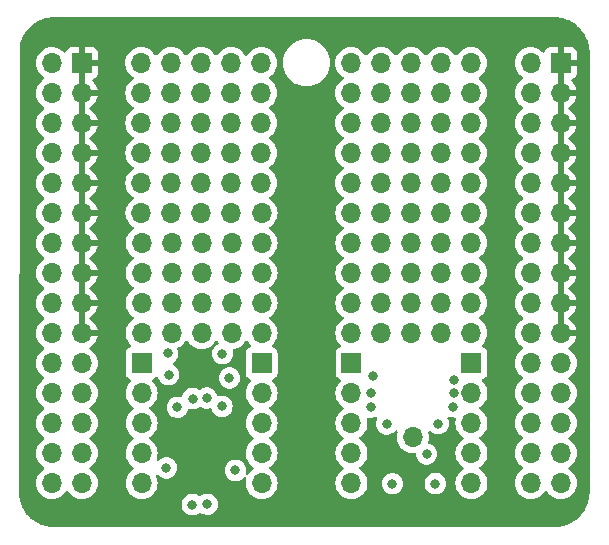
<source format=gbr>
%TF.GenerationSoftware,KiCad,Pcbnew,7.0.2*%
%TF.CreationDate,2024-01-29T22:05:23-05:00*%
%TF.ProjectId,dpx_perv_5x10-smt,6470785f-7065-4727-965f-357831302d73,rev?*%
%TF.SameCoordinates,Original*%
%TF.FileFunction,Copper,L2,Inr*%
%TF.FilePolarity,Positive*%
%FSLAX46Y46*%
G04 Gerber Fmt 4.6, Leading zero omitted, Abs format (unit mm)*
G04 Created by KiCad (PCBNEW 7.0.2) date 2024-01-29 22:05:23*
%MOMM*%
%LPD*%
G01*
G04 APERTURE LIST*
%TA.AperFunction,ComponentPad*%
%ADD10R,1.700000X1.700000*%
%TD*%
%TA.AperFunction,ComponentPad*%
%ADD11O,1.700000X1.700000*%
%TD*%
%TA.AperFunction,ViaPad*%
%ADD12C,0.800000*%
%TD*%
G04 APERTURE END LIST*
D10*
%TO.N,N/C*%
%TO.C,REF\u002A\u002A*%
X51280000Y-59030000D03*
D11*
X51280000Y-61570000D03*
X51280000Y-64110000D03*
X51280000Y-66650000D03*
X51280000Y-69190000D03*
%TD*%
D10*
%TO.N,VCC*%
%TO.C,J1*%
X46220000Y-33615000D03*
D11*
%TO.N,GND*%
X43680000Y-33615000D03*
%TO.N,VCC*%
X46220000Y-36155000D03*
%TO.N,GND*%
X43680000Y-36155000D03*
%TO.N,VCC*%
X46220000Y-38695000D03*
%TO.N,GND*%
X43680000Y-38695000D03*
%TO.N,VCC*%
X46220000Y-41235000D03*
%TO.N,GND*%
X43680000Y-41235000D03*
%TO.N,VCC*%
X46220000Y-43775000D03*
%TO.N,GND*%
X43680000Y-43775000D03*
%TO.N,VCC*%
X46220000Y-46315000D03*
%TO.N,GND*%
X43680000Y-46315000D03*
%TO.N,VCC*%
X46220000Y-48855000D03*
%TO.N,GND*%
X43680000Y-48855000D03*
%TO.N,VCC*%
X46220000Y-51395000D03*
%TO.N,GND*%
X43680000Y-51395000D03*
%TO.N,VCC*%
X46220000Y-53935000D03*
%TO.N,GND*%
X43680000Y-53935000D03*
%TO.N,VCC*%
X46220000Y-56475000D03*
%TO.N,GND*%
X43680000Y-56475000D03*
%TO.N,N/C*%
X46220000Y-59015000D03*
X43680000Y-59015000D03*
X46220000Y-61555000D03*
X43680000Y-61555000D03*
X46220000Y-64095000D03*
X43680000Y-64095000D03*
X46220000Y-66635000D03*
X43680000Y-66635000D03*
X46220000Y-69175000D03*
X43680000Y-69175000D03*
%TD*%
D10*
%TO.N,VCC*%
%TO.C,J2*%
X86770000Y-33615000D03*
D11*
%TO.N,GND*%
X84230000Y-33615000D03*
%TO.N,VCC*%
X86770000Y-36155000D03*
%TO.N,GND*%
X84230000Y-36155000D03*
%TO.N,VCC*%
X86770000Y-38695000D03*
%TO.N,GND*%
X84230000Y-38695000D03*
%TO.N,VCC*%
X86770000Y-41235000D03*
%TO.N,GND*%
X84230000Y-41235000D03*
%TO.N,VCC*%
X86770000Y-43775000D03*
%TO.N,GND*%
X84230000Y-43775000D03*
%TO.N,VCC*%
X86770000Y-46315000D03*
%TO.N,GND*%
X84230000Y-46315000D03*
%TO.N,VCC*%
X86770000Y-48855000D03*
%TO.N,GND*%
X84230000Y-48855000D03*
%TO.N,VCC*%
X86770000Y-51395000D03*
%TO.N,GND*%
X84230000Y-51395000D03*
%TO.N,VCC*%
X86770000Y-53935000D03*
%TO.N,GND*%
X84230000Y-53935000D03*
%TO.N,VCC*%
X86770000Y-56475000D03*
%TO.N,GND*%
X84230000Y-56475000D03*
%TO.N,N/C*%
X86770000Y-59015000D03*
X84230000Y-59015000D03*
X86770000Y-61555000D03*
X84230000Y-61555000D03*
X86770000Y-64095000D03*
X84230000Y-64095000D03*
X86770000Y-66635000D03*
X84230000Y-66635000D03*
X86770000Y-69175000D03*
X84230000Y-69175000D03*
%TD*%
D10*
%TO.N,N/C*%
%TO.C,REF\u002A\u002A*%
X79210000Y-59030000D03*
D11*
X79210000Y-61570000D03*
X79210000Y-64110000D03*
X79210000Y-66650000D03*
X79210000Y-69190000D03*
%TD*%
D10*
%TO.N,N/C*%
%TO.C,REF\u002A\u002A*%
X61440000Y-59030000D03*
D11*
X61440000Y-61570000D03*
X61440000Y-64110000D03*
X61440000Y-66650000D03*
X61440000Y-69190000D03*
%TD*%
%TO.N,N/C*%
%TO.C,*%
X74240000Y-65270000D03*
%TD*%
D10*
%TO.N,N/C*%
%TO.C,REF\u002A\u002A*%
X69050000Y-59030000D03*
D11*
X69050000Y-61570000D03*
X69050000Y-64110000D03*
X69050000Y-66650000D03*
X69050000Y-69190000D03*
%TD*%
%TO.N,N/C*%
%TO.C,U2*%
X79195000Y-46310000D03*
X76655000Y-46310000D03*
X74115000Y-46310000D03*
X71575000Y-46310000D03*
X69035000Y-46310000D03*
X61435000Y-46310000D03*
X79195000Y-48850000D03*
X76655000Y-48850000D03*
X74115000Y-48850000D03*
X71575000Y-48850000D03*
X69035000Y-48850000D03*
X61435000Y-48850000D03*
X58895000Y-48850000D03*
X58885000Y-46310000D03*
X56355000Y-48850000D03*
X56345000Y-46310000D03*
X53815000Y-48850000D03*
X53805000Y-46310000D03*
X51275000Y-48850000D03*
X51265000Y-46310000D03*
X79195000Y-51390000D03*
X76655000Y-51390000D03*
X74115000Y-51390000D03*
X71575000Y-51390000D03*
X69035000Y-51390000D03*
X61435000Y-51390000D03*
X58895000Y-51390000D03*
X56355000Y-51390000D03*
X53815000Y-51390000D03*
X51275000Y-51390000D03*
X79195000Y-53930000D03*
X76655000Y-53930000D03*
X74115000Y-53930000D03*
X71575000Y-53930000D03*
X69035000Y-53930000D03*
X61435000Y-53930000D03*
X58895000Y-53930000D03*
X56355000Y-53930000D03*
X53815000Y-53930000D03*
X51275000Y-53930000D03*
X79195000Y-56470000D03*
X76655000Y-56470000D03*
X74115000Y-56470000D03*
X71575000Y-56470000D03*
X69035000Y-56470000D03*
X61435000Y-56470000D03*
X58895000Y-56470000D03*
X56355000Y-56470000D03*
X53815000Y-56470000D03*
X51275000Y-56470000D03*
%TD*%
%TO.N,N/C*%
%TO.C,U1*%
X79180000Y-33615000D03*
X76640000Y-33615000D03*
X74100000Y-33615000D03*
X71560000Y-33615000D03*
X69020000Y-33615000D03*
X61420000Y-33615000D03*
X79180000Y-36155000D03*
X76640000Y-36155000D03*
X74100000Y-36155000D03*
X71560000Y-36155000D03*
X69020000Y-36155000D03*
X61420000Y-36155000D03*
X58880000Y-36155000D03*
X58870000Y-33615000D03*
X56340000Y-36155000D03*
X56330000Y-33615000D03*
X53800000Y-36155000D03*
X53790000Y-33615000D03*
X51260000Y-36155000D03*
X51250000Y-33615000D03*
X79180000Y-38695000D03*
X76640000Y-38695000D03*
X74100000Y-38695000D03*
X71560000Y-38695000D03*
X69020000Y-38695000D03*
X61420000Y-38695000D03*
X58880000Y-38695000D03*
X56340000Y-38695000D03*
X53800000Y-38695000D03*
X51260000Y-38695000D03*
X79180000Y-41235000D03*
X76640000Y-41235000D03*
X74100000Y-41235000D03*
X71560000Y-41235000D03*
X69020000Y-41235000D03*
X61420000Y-41235000D03*
X58880000Y-41235000D03*
X56340000Y-41235000D03*
X53800000Y-41235000D03*
X51260000Y-41235000D03*
X79180000Y-43775000D03*
X76640000Y-43775000D03*
X74100000Y-43775000D03*
X71560000Y-43775000D03*
X69020000Y-43775000D03*
X61420000Y-43775000D03*
X58880000Y-43775000D03*
X56340000Y-43775000D03*
X53800000Y-43775000D03*
X51260000Y-43775000D03*
%TD*%
D12*
%TO.N,*%
X75420000Y-66710000D03*
X70730000Y-62760000D03*
X72520000Y-69240000D03*
X58720000Y-60290000D03*
X77665000Y-62725000D03*
X77770000Y-60470000D03*
X77720000Y-61520000D03*
X70720000Y-61570000D03*
X76390000Y-64150000D03*
X76140000Y-69230000D03*
X53570000Y-60000000D03*
X53490000Y-58210000D03*
X58130000Y-58240000D03*
X70880000Y-60150000D03*
X72040000Y-64180000D03*
%TO.N,unconnected-(1-1-UD+-Pad1)*%
X58090000Y-62690000D03*
%TO.N,unconnected-(1-2-UD--Pad2)*%
X56800000Y-61980000D03*
%TO.N,unconnected-(1-3-GND-Pad3)*%
X55600000Y-62030000D03*
%TO.N,unconnected-(1-4-RTS-Pad4)*%
X54305000Y-62765000D03*
%TO.N,unconnected-(1-5-VCC-Pad5)*%
X53390000Y-67900000D03*
%TO.N,unconnected-(1-6-TXD-Pad6)*%
X55570000Y-71010000D03*
%TO.N,unconnected-(1-7-RXD-Pad7)*%
X56840000Y-70980000D03*
%TO.N,unconnected-(1-8-V3-Pad8)*%
X59220000Y-68110000D03*
%TD*%
%TA.AperFunction,Conductor*%
%TO.N,VCC*%
G36*
X46469999Y-56039498D02*
G01*
X46362315Y-55990320D01*
X46255763Y-55975000D01*
X46184237Y-55975000D01*
X46077685Y-55990320D01*
X45970000Y-56039498D01*
X45970000Y-54370501D01*
X46077685Y-54419680D01*
X46184237Y-54435000D01*
X46255763Y-54435000D01*
X46362315Y-54419680D01*
X46469999Y-54370501D01*
X46469999Y-56039498D01*
G37*
%TD.AperFunction*%
%TA.AperFunction,Conductor*%
G36*
X46469999Y-53499498D02*
G01*
X46362315Y-53450320D01*
X46255763Y-53435000D01*
X46184237Y-53435000D01*
X46077685Y-53450320D01*
X45970000Y-53499498D01*
X45970000Y-51830501D01*
X46077685Y-51879680D01*
X46184237Y-51895000D01*
X46255763Y-51895000D01*
X46362315Y-51879680D01*
X46469999Y-51830501D01*
X46469999Y-53499498D01*
G37*
%TD.AperFunction*%
%TA.AperFunction,Conductor*%
G36*
X46469999Y-50959498D02*
G01*
X46362315Y-50910320D01*
X46255763Y-50895000D01*
X46184237Y-50895000D01*
X46077685Y-50910320D01*
X45970000Y-50959498D01*
X45970000Y-49290501D01*
X46077685Y-49339680D01*
X46184237Y-49355000D01*
X46255763Y-49355000D01*
X46362315Y-49339680D01*
X46469999Y-49290501D01*
X46469999Y-50959498D01*
G37*
%TD.AperFunction*%
%TA.AperFunction,Conductor*%
G36*
X46469999Y-48419498D02*
G01*
X46362315Y-48370320D01*
X46255763Y-48355000D01*
X46184237Y-48355000D01*
X46077685Y-48370320D01*
X45970000Y-48419498D01*
X45970000Y-46750501D01*
X46077685Y-46799680D01*
X46184237Y-46815000D01*
X46255763Y-46815000D01*
X46362315Y-46799680D01*
X46469999Y-46750501D01*
X46469999Y-48419498D01*
G37*
%TD.AperFunction*%
%TA.AperFunction,Conductor*%
G36*
X46469999Y-45879498D02*
G01*
X46362315Y-45830320D01*
X46255763Y-45815000D01*
X46184237Y-45815000D01*
X46077685Y-45830320D01*
X45970000Y-45879498D01*
X45970000Y-44210501D01*
X46077685Y-44259680D01*
X46184237Y-44275000D01*
X46255763Y-44275000D01*
X46362315Y-44259680D01*
X46469999Y-44210501D01*
X46469999Y-45879498D01*
G37*
%TD.AperFunction*%
%TA.AperFunction,Conductor*%
G36*
X46469999Y-43339498D02*
G01*
X46362315Y-43290320D01*
X46255763Y-43275000D01*
X46184237Y-43275000D01*
X46077685Y-43290320D01*
X45970000Y-43339498D01*
X45970000Y-41670501D01*
X46077685Y-41719680D01*
X46184237Y-41735000D01*
X46255763Y-41735000D01*
X46362315Y-41719680D01*
X46469999Y-41670501D01*
X46469999Y-43339498D01*
G37*
%TD.AperFunction*%
%TA.AperFunction,Conductor*%
G36*
X46469999Y-40799498D02*
G01*
X46362315Y-40750320D01*
X46255763Y-40735000D01*
X46184237Y-40735000D01*
X46077685Y-40750320D01*
X45970000Y-40799498D01*
X45970000Y-39130501D01*
X46077685Y-39179680D01*
X46184237Y-39195000D01*
X46255763Y-39195000D01*
X46362315Y-39179680D01*
X46469999Y-39130501D01*
X46469999Y-40799498D01*
G37*
%TD.AperFunction*%
%TA.AperFunction,Conductor*%
G36*
X46469999Y-38259498D02*
G01*
X46362315Y-38210320D01*
X46255763Y-38195000D01*
X46184237Y-38195000D01*
X46077685Y-38210320D01*
X45970000Y-38259498D01*
X45970000Y-36590501D01*
X46077685Y-36639680D01*
X46184237Y-36655000D01*
X46255763Y-36655000D01*
X46362315Y-36639680D01*
X46469999Y-36590501D01*
X46469999Y-38259498D01*
G37*
%TD.AperFunction*%
%TA.AperFunction,Conductor*%
G36*
X46469999Y-35719498D02*
G01*
X46362315Y-35670320D01*
X46255763Y-35655000D01*
X46184237Y-35655000D01*
X46077685Y-35670320D01*
X45970000Y-35719498D01*
X45970000Y-34050501D01*
X46077685Y-34099680D01*
X46184237Y-34115000D01*
X46255763Y-34115000D01*
X46362315Y-34099680D01*
X46469999Y-34050501D01*
X46469999Y-35719498D01*
G37*
%TD.AperFunction*%
%TA.AperFunction,Conductor*%
G36*
X87019999Y-56039498D02*
G01*
X86912315Y-55990320D01*
X86805763Y-55975000D01*
X86734237Y-55975000D01*
X86627685Y-55990320D01*
X86520000Y-56039498D01*
X86520000Y-54370501D01*
X86627685Y-54419680D01*
X86734237Y-54435000D01*
X86805763Y-54435000D01*
X86912315Y-54419680D01*
X87019999Y-54370501D01*
X87019999Y-56039498D01*
G37*
%TD.AperFunction*%
%TA.AperFunction,Conductor*%
G36*
X87019999Y-53499498D02*
G01*
X86912315Y-53450320D01*
X86805763Y-53435000D01*
X86734237Y-53435000D01*
X86627685Y-53450320D01*
X86520000Y-53499498D01*
X86520000Y-51830501D01*
X86627685Y-51879680D01*
X86734237Y-51895000D01*
X86805763Y-51895000D01*
X86912315Y-51879680D01*
X87019999Y-51830501D01*
X87019999Y-53499498D01*
G37*
%TD.AperFunction*%
%TA.AperFunction,Conductor*%
G36*
X87019999Y-50959498D02*
G01*
X86912315Y-50910320D01*
X86805763Y-50895000D01*
X86734237Y-50895000D01*
X86627685Y-50910320D01*
X86520000Y-50959498D01*
X86520000Y-49290501D01*
X86627685Y-49339680D01*
X86734237Y-49355000D01*
X86805763Y-49355000D01*
X86912315Y-49339680D01*
X87019999Y-49290501D01*
X87019999Y-50959498D01*
G37*
%TD.AperFunction*%
%TA.AperFunction,Conductor*%
G36*
X87019999Y-48419498D02*
G01*
X86912315Y-48370320D01*
X86805763Y-48355000D01*
X86734237Y-48355000D01*
X86627685Y-48370320D01*
X86520000Y-48419498D01*
X86520000Y-46750501D01*
X86627685Y-46799680D01*
X86734237Y-46815000D01*
X86805763Y-46815000D01*
X86912315Y-46799680D01*
X87019999Y-46750501D01*
X87019999Y-48419498D01*
G37*
%TD.AperFunction*%
%TA.AperFunction,Conductor*%
G36*
X87019999Y-45879498D02*
G01*
X86912315Y-45830320D01*
X86805763Y-45815000D01*
X86734237Y-45815000D01*
X86627685Y-45830320D01*
X86520000Y-45879498D01*
X86520000Y-44210501D01*
X86627685Y-44259680D01*
X86734237Y-44275000D01*
X86805763Y-44275000D01*
X86912315Y-44259680D01*
X87019999Y-44210501D01*
X87019999Y-45879498D01*
G37*
%TD.AperFunction*%
%TA.AperFunction,Conductor*%
G36*
X87019999Y-43339498D02*
G01*
X86912315Y-43290320D01*
X86805763Y-43275000D01*
X86734237Y-43275000D01*
X86627685Y-43290320D01*
X86520000Y-43339498D01*
X86520000Y-41670501D01*
X86627685Y-41719680D01*
X86734237Y-41735000D01*
X86805763Y-41735000D01*
X86912315Y-41719680D01*
X87019999Y-41670501D01*
X87019999Y-43339498D01*
G37*
%TD.AperFunction*%
%TA.AperFunction,Conductor*%
G36*
X87019999Y-40799498D02*
G01*
X86912315Y-40750320D01*
X86805763Y-40735000D01*
X86734237Y-40735000D01*
X86627685Y-40750320D01*
X86520000Y-40799498D01*
X86520000Y-39130501D01*
X86627685Y-39179680D01*
X86734237Y-39195000D01*
X86805763Y-39195000D01*
X86912315Y-39179680D01*
X87019999Y-39130501D01*
X87019999Y-40799498D01*
G37*
%TD.AperFunction*%
%TA.AperFunction,Conductor*%
G36*
X87019999Y-38259498D02*
G01*
X86912315Y-38210320D01*
X86805763Y-38195000D01*
X86734237Y-38195000D01*
X86627685Y-38210320D01*
X86520000Y-38259498D01*
X86520000Y-36590501D01*
X86627685Y-36639680D01*
X86734237Y-36655000D01*
X86805763Y-36655000D01*
X86912315Y-36639680D01*
X87019999Y-36590501D01*
X87019999Y-38259498D01*
G37*
%TD.AperFunction*%
%TA.AperFunction,Conductor*%
G36*
X87019999Y-35719498D02*
G01*
X86912315Y-35670320D01*
X86805763Y-35655000D01*
X86734237Y-35655000D01*
X86627685Y-35670320D01*
X86520000Y-35719498D01*
X86520000Y-34050501D01*
X86627685Y-34099680D01*
X86734237Y-34115000D01*
X86805763Y-34115000D01*
X86912315Y-34099680D01*
X87019999Y-34050501D01*
X87019999Y-35719498D01*
G37*
%TD.AperFunction*%
%TA.AperFunction,Conductor*%
G36*
X86218243Y-29725669D02*
G01*
X86348628Y-29732503D01*
X86528910Y-29742628D01*
X86541309Y-29743955D01*
X86690647Y-29767608D01*
X86850321Y-29794737D01*
X86861619Y-29797205D01*
X87011693Y-29837418D01*
X87164188Y-29881351D01*
X87174253Y-29884726D01*
X87319710Y-29940562D01*
X87322599Y-29941714D01*
X87466768Y-30001430D01*
X87475594Y-30005500D01*
X87615064Y-30076565D01*
X87618748Y-30078521D01*
X87708848Y-30128316D01*
X87754548Y-30153574D01*
X87762061Y-30158081D01*
X87893754Y-30243604D01*
X87897947Y-30246452D01*
X88024147Y-30335996D01*
X88030428Y-30340759D01*
X88152567Y-30439665D01*
X88157158Y-30443571D01*
X88272424Y-30546579D01*
X88277478Y-30551358D01*
X88388640Y-30662520D01*
X88393419Y-30667574D01*
X88496427Y-30782840D01*
X88500333Y-30787431D01*
X88599239Y-30909570D01*
X88604002Y-30915851D01*
X88693546Y-31042051D01*
X88696409Y-31046266D01*
X88781907Y-31177921D01*
X88786430Y-31185460D01*
X88861477Y-31321250D01*
X88863433Y-31324934D01*
X88934498Y-31464404D01*
X88938575Y-31473247D01*
X88998259Y-31617337D01*
X88999462Y-31620353D01*
X89055265Y-31765727D01*
X89058655Y-31775836D01*
X89102579Y-31928297D01*
X89142793Y-32078379D01*
X89145262Y-32089685D01*
X89172394Y-32249369D01*
X89196040Y-32398670D01*
X89197371Y-32411108D01*
X89207509Y-32591617D01*
X89214330Y-32721756D01*
X89214500Y-32728246D01*
X89214500Y-69921753D01*
X89214330Y-69928243D01*
X89207509Y-70058382D01*
X89197372Y-70238887D01*
X89196040Y-70251331D01*
X89172394Y-70400629D01*
X89145263Y-70560308D01*
X89142791Y-70571624D01*
X89102579Y-70721701D01*
X89058653Y-70874170D01*
X89055268Y-70884263D01*
X88999462Y-71029645D01*
X88998259Y-71032661D01*
X88938575Y-71176751D01*
X88934498Y-71185594D01*
X88863433Y-71325064D01*
X88861477Y-71328748D01*
X88786430Y-71464538D01*
X88781897Y-71472094D01*
X88696412Y-71603728D01*
X88693546Y-71607947D01*
X88604002Y-71734147D01*
X88599239Y-71740428D01*
X88500333Y-71862567D01*
X88496427Y-71867158D01*
X88393419Y-71982424D01*
X88388640Y-71987478D01*
X88277478Y-72098640D01*
X88272424Y-72103419D01*
X88157158Y-72206427D01*
X88152567Y-72210333D01*
X88030428Y-72309239D01*
X88024147Y-72314002D01*
X87897947Y-72403546D01*
X87893728Y-72406412D01*
X87762094Y-72491897D01*
X87754538Y-72496430D01*
X87618748Y-72571477D01*
X87615064Y-72573433D01*
X87475594Y-72644498D01*
X87466751Y-72648575D01*
X87322661Y-72708259D01*
X87319645Y-72709462D01*
X87174271Y-72765265D01*
X87164162Y-72768655D01*
X87011702Y-72812579D01*
X86861619Y-72852793D01*
X86850313Y-72855262D01*
X86690630Y-72882394D01*
X86541328Y-72906040D01*
X86528890Y-72907371D01*
X86348382Y-72917509D01*
X86218244Y-72924330D01*
X86211754Y-72924500D01*
X43903247Y-72924500D01*
X43896757Y-72924330D01*
X43766617Y-72917509D01*
X43586111Y-72907372D01*
X43573666Y-72906040D01*
X43424369Y-72882394D01*
X43264690Y-72855263D01*
X43253374Y-72852791D01*
X43103298Y-72812579D01*
X42950828Y-72768653D01*
X42940735Y-72765268D01*
X42795353Y-72709462D01*
X42792337Y-72708259D01*
X42648247Y-72648575D01*
X42639404Y-72644498D01*
X42499934Y-72573433D01*
X42496250Y-72571477D01*
X42360460Y-72496430D01*
X42352921Y-72491907D01*
X42221266Y-72406409D01*
X42217051Y-72403546D01*
X42090851Y-72314002D01*
X42084570Y-72309239D01*
X41962431Y-72210333D01*
X41957840Y-72206427D01*
X41842574Y-72103419D01*
X41837520Y-72098640D01*
X41726358Y-71987478D01*
X41721579Y-71982424D01*
X41618571Y-71867158D01*
X41614665Y-71862567D01*
X41534969Y-71764151D01*
X41515757Y-71740426D01*
X41510996Y-71734147D01*
X41421452Y-71607947D01*
X41418604Y-71603754D01*
X41333081Y-71472061D01*
X41328568Y-71464538D01*
X41253521Y-71328748D01*
X41251565Y-71325064D01*
X41180500Y-71185594D01*
X41176430Y-71176768D01*
X41116714Y-71032599D01*
X41115562Y-71029710D01*
X41107996Y-71010000D01*
X54664540Y-71010000D01*
X54684326Y-71198257D01*
X54742820Y-71378284D01*
X54837466Y-71542216D01*
X54964129Y-71682889D01*
X55117269Y-71794151D01*
X55290197Y-71871144D01*
X55475352Y-71910500D01*
X55475354Y-71910500D01*
X55664648Y-71910500D01*
X55805786Y-71880500D01*
X55849803Y-71871144D01*
X56022730Y-71794151D01*
X56152761Y-71699678D01*
X56218566Y-71676199D01*
X56286620Y-71692024D01*
X56298530Y-71699679D01*
X56387269Y-71764151D01*
X56560197Y-71841144D01*
X56745352Y-71880500D01*
X56745354Y-71880500D01*
X56934648Y-71880500D01*
X57058084Y-71854262D01*
X57119803Y-71841144D01*
X57292730Y-71764151D01*
X57334027Y-71734147D01*
X57445870Y-71652889D01*
X57572533Y-71512216D01*
X57667179Y-71348284D01*
X57674724Y-71325064D01*
X57725674Y-71168256D01*
X57745460Y-70980000D01*
X57725674Y-70791744D01*
X57676927Y-70641716D01*
X57667179Y-70611715D01*
X57572533Y-70447783D01*
X57445870Y-70307110D01*
X57292730Y-70195848D01*
X57119802Y-70118855D01*
X56934648Y-70079500D01*
X56934646Y-70079500D01*
X56745354Y-70079500D01*
X56745352Y-70079500D01*
X56560197Y-70118855D01*
X56387269Y-70195848D01*
X56257239Y-70290321D01*
X56191433Y-70313801D01*
X56123379Y-70297976D01*
X56111468Y-70290321D01*
X56022727Y-70225847D01*
X55849802Y-70148855D01*
X55664648Y-70109500D01*
X55664646Y-70109500D01*
X55475354Y-70109500D01*
X55475352Y-70109500D01*
X55290197Y-70148855D01*
X55117269Y-70225848D01*
X54964129Y-70337110D01*
X54837466Y-70477783D01*
X54742820Y-70641715D01*
X54684326Y-70821742D01*
X54664540Y-71010000D01*
X41107996Y-71010000D01*
X41059729Y-70884260D01*
X41056346Y-70874170D01*
X41012414Y-70721679D01*
X40990988Y-70641716D01*
X40972202Y-70571605D01*
X40969738Y-70560323D01*
X40942605Y-70400629D01*
X40922659Y-70274694D01*
X40921136Y-70255070D01*
X40923490Y-69175000D01*
X42324340Y-69175000D01*
X42344936Y-69410407D01*
X42389709Y-69577502D01*
X42406097Y-69638663D01*
X42505965Y-69852830D01*
X42641505Y-70046401D01*
X42808599Y-70213495D01*
X43002170Y-70349035D01*
X43216337Y-70448903D01*
X43444592Y-70510063D01*
X43680000Y-70530659D01*
X43915408Y-70510063D01*
X44143663Y-70448903D01*
X44357830Y-70349035D01*
X44551401Y-70213495D01*
X44718495Y-70046401D01*
X44848426Y-69860839D01*
X44903002Y-69817216D01*
X44972500Y-69810022D01*
X45034855Y-69841545D01*
X45051571Y-69860837D01*
X45181505Y-70046401D01*
X45348599Y-70213495D01*
X45542170Y-70349035D01*
X45756337Y-70448903D01*
X45984592Y-70510063D01*
X46219999Y-70530659D01*
X46219999Y-70530658D01*
X46220000Y-70530659D01*
X46455408Y-70510063D01*
X46683663Y-70448903D01*
X46897830Y-70349035D01*
X47091401Y-70213495D01*
X47258495Y-70046401D01*
X47394035Y-69852830D01*
X47493903Y-69638663D01*
X47555063Y-69410408D01*
X47575659Y-69175000D01*
X47555063Y-68939592D01*
X47493903Y-68711337D01*
X47394035Y-68497171D01*
X47258495Y-68303599D01*
X47091401Y-68136505D01*
X46905839Y-68006573D01*
X46862216Y-67951998D01*
X46855022Y-67882500D01*
X46886545Y-67820145D01*
X46905837Y-67803428D01*
X47091401Y-67673495D01*
X47258495Y-67506401D01*
X47394035Y-67312830D01*
X47493903Y-67098663D01*
X47555063Y-66870408D01*
X47575659Y-66635000D01*
X47555063Y-66399592D01*
X47493903Y-66171337D01*
X47394035Y-65957171D01*
X47258495Y-65763599D01*
X47091401Y-65596505D01*
X46905839Y-65466573D01*
X46862216Y-65411998D01*
X46855022Y-65342500D01*
X46886545Y-65280145D01*
X46905837Y-65263428D01*
X47091401Y-65133495D01*
X47258495Y-64966401D01*
X47394035Y-64772830D01*
X47493903Y-64558663D01*
X47555063Y-64330408D01*
X47575659Y-64095000D01*
X47555063Y-63859592D01*
X47493903Y-63631337D01*
X47394035Y-63417171D01*
X47258495Y-63223599D01*
X47091401Y-63056505D01*
X46905839Y-62926573D01*
X46862217Y-62871998D01*
X46855024Y-62802499D01*
X46886546Y-62740145D01*
X46905837Y-62723428D01*
X47091401Y-62593495D01*
X47258495Y-62426401D01*
X47394035Y-62232830D01*
X47493903Y-62018663D01*
X47555063Y-61790408D01*
X47575659Y-61555000D01*
X47555063Y-61319592D01*
X47493903Y-61091337D01*
X47394035Y-60877171D01*
X47258495Y-60683599D01*
X47091401Y-60516505D01*
X46905839Y-60386573D01*
X46862216Y-60331998D01*
X46855022Y-60262500D01*
X46886545Y-60200145D01*
X46905837Y-60183428D01*
X47091401Y-60053495D01*
X47258495Y-59886401D01*
X47394035Y-59692830D01*
X47493903Y-59478663D01*
X47555063Y-59250408D01*
X47575659Y-59015000D01*
X47557849Y-58811441D01*
X47555063Y-58779592D01*
X47545048Y-58742216D01*
X47493903Y-58551337D01*
X47394035Y-58337171D01*
X47258495Y-58143599D01*
X47091401Y-57976505D01*
X46905402Y-57846267D01*
X46861780Y-57791692D01*
X46854587Y-57722193D01*
X46886109Y-57659839D01*
X46905405Y-57643119D01*
X47091078Y-57513109D01*
X47258106Y-57346081D01*
X47393600Y-57152576D01*
X47493430Y-56938492D01*
X47550636Y-56725000D01*
X46653686Y-56725000D01*
X46679493Y-56684844D01*
X46720000Y-56546889D01*
X46720000Y-56403111D01*
X46679493Y-56265156D01*
X46653686Y-56225000D01*
X47550636Y-56225000D01*
X47550635Y-56224999D01*
X47493430Y-56011507D01*
X47393599Y-55797421D01*
X47258109Y-55603921D01*
X47091081Y-55436893D01*
X46904968Y-55306575D01*
X46861344Y-55251998D01*
X46854151Y-55182499D01*
X46885673Y-55120145D01*
X46904968Y-55103425D01*
X47091081Y-54973106D01*
X47258106Y-54806081D01*
X47393600Y-54612576D01*
X47493430Y-54398492D01*
X47550636Y-54185000D01*
X46653686Y-54185000D01*
X46679493Y-54144844D01*
X46720000Y-54006889D01*
X46720000Y-53863111D01*
X46679493Y-53725156D01*
X46653686Y-53685000D01*
X47550636Y-53685000D01*
X47550635Y-53684999D01*
X47493430Y-53471507D01*
X47393599Y-53257421D01*
X47258109Y-53063921D01*
X47091081Y-52896893D01*
X46904968Y-52766575D01*
X46861344Y-52711998D01*
X46854151Y-52642499D01*
X46885673Y-52580145D01*
X46904968Y-52563425D01*
X47091081Y-52433106D01*
X47258106Y-52266081D01*
X47393600Y-52072576D01*
X47493430Y-51858492D01*
X47550636Y-51645000D01*
X46653686Y-51645000D01*
X46679493Y-51604844D01*
X46720000Y-51466889D01*
X46720000Y-51323111D01*
X46679493Y-51185156D01*
X46653686Y-51145000D01*
X47550636Y-51145000D01*
X47550635Y-51144999D01*
X47493430Y-50931507D01*
X47393599Y-50717421D01*
X47258109Y-50523921D01*
X47091081Y-50356893D01*
X46904968Y-50226575D01*
X46861344Y-50171998D01*
X46854151Y-50102499D01*
X46885673Y-50040145D01*
X46904968Y-50023425D01*
X47091081Y-49893106D01*
X47258106Y-49726081D01*
X47393600Y-49532576D01*
X47493430Y-49318492D01*
X47550636Y-49105000D01*
X46653686Y-49105000D01*
X46679493Y-49064844D01*
X46720000Y-48926889D01*
X46720000Y-48783111D01*
X46679493Y-48645156D01*
X46653686Y-48605000D01*
X47550636Y-48605000D01*
X47550635Y-48604999D01*
X47493430Y-48391507D01*
X47393599Y-48177421D01*
X47258109Y-47983921D01*
X47091081Y-47816893D01*
X46904968Y-47686575D01*
X46861344Y-47631998D01*
X46854151Y-47562499D01*
X46885673Y-47500145D01*
X46904968Y-47483425D01*
X47091081Y-47353106D01*
X47258106Y-47186081D01*
X47393600Y-46992576D01*
X47493430Y-46778492D01*
X47550636Y-46565000D01*
X46653686Y-46565000D01*
X46679493Y-46524844D01*
X46720000Y-46386889D01*
X46720000Y-46243111D01*
X46679493Y-46105156D01*
X46653686Y-46065000D01*
X47550636Y-46065000D01*
X47550635Y-46064999D01*
X47493430Y-45851507D01*
X47393599Y-45637421D01*
X47258109Y-45443921D01*
X47091081Y-45276893D01*
X46904968Y-45146575D01*
X46861344Y-45091998D01*
X46854151Y-45022499D01*
X46885673Y-44960145D01*
X46904968Y-44943425D01*
X47091081Y-44813106D01*
X47258106Y-44646081D01*
X47393600Y-44452576D01*
X47493430Y-44238492D01*
X47550636Y-44025000D01*
X46653686Y-44025000D01*
X46679493Y-43984844D01*
X46720000Y-43846889D01*
X46720000Y-43703111D01*
X46679493Y-43565156D01*
X46653686Y-43525000D01*
X47550636Y-43525000D01*
X47550635Y-43524999D01*
X47493430Y-43311507D01*
X47393599Y-43097421D01*
X47258109Y-42903921D01*
X47091081Y-42736893D01*
X46904968Y-42606575D01*
X46861344Y-42551998D01*
X46854151Y-42482499D01*
X46885673Y-42420145D01*
X46904968Y-42403425D01*
X47091081Y-42273106D01*
X47258106Y-42106081D01*
X47393600Y-41912576D01*
X47493430Y-41698492D01*
X47550636Y-41485000D01*
X46653686Y-41485000D01*
X46679493Y-41444844D01*
X46720000Y-41306889D01*
X46720000Y-41163111D01*
X46679493Y-41025156D01*
X46653686Y-40985000D01*
X47550636Y-40985000D01*
X47550635Y-40984999D01*
X47493430Y-40771507D01*
X47393599Y-40557421D01*
X47258109Y-40363921D01*
X47091081Y-40196893D01*
X46904968Y-40066575D01*
X46861344Y-40011998D01*
X46854151Y-39942499D01*
X46885673Y-39880145D01*
X46904968Y-39863425D01*
X47091081Y-39733106D01*
X47258106Y-39566081D01*
X47393600Y-39372576D01*
X47493430Y-39158492D01*
X47550636Y-38945000D01*
X46653686Y-38945000D01*
X46679493Y-38904844D01*
X46720000Y-38766889D01*
X46720000Y-38623111D01*
X46679493Y-38485156D01*
X46653686Y-38445000D01*
X47550636Y-38445000D01*
X47550635Y-38444999D01*
X47493430Y-38231507D01*
X47393599Y-38017421D01*
X47258109Y-37823921D01*
X47091081Y-37656893D01*
X46904968Y-37526575D01*
X46861344Y-37471998D01*
X46854151Y-37402499D01*
X46885673Y-37340145D01*
X46904968Y-37323425D01*
X47091081Y-37193106D01*
X47258106Y-37026081D01*
X47393600Y-36832576D01*
X47493430Y-36618492D01*
X47550636Y-36405000D01*
X46653686Y-36405000D01*
X46679493Y-36364844D01*
X46720000Y-36226889D01*
X46720000Y-36083111D01*
X46679493Y-35945156D01*
X46653686Y-35905000D01*
X47550636Y-35905000D01*
X47550635Y-35904999D01*
X47493430Y-35691507D01*
X47393599Y-35477421D01*
X47258109Y-35283921D01*
X47135665Y-35161477D01*
X47102180Y-35100154D01*
X47107164Y-35030462D01*
X47149036Y-34974529D01*
X47180013Y-34957614D01*
X47312088Y-34908352D01*
X47427188Y-34822188D01*
X47513352Y-34707089D01*
X47563599Y-34572371D01*
X47569645Y-34516132D01*
X47570000Y-34509518D01*
X47570000Y-33865000D01*
X46653686Y-33865000D01*
X46679493Y-33824844D01*
X46720000Y-33686889D01*
X46720000Y-33615000D01*
X49894340Y-33615000D01*
X49914936Y-33850407D01*
X49921641Y-33875429D01*
X49976097Y-34078663D01*
X50075965Y-34292830D01*
X50211505Y-34486401D01*
X50378599Y-34653495D01*
X50569160Y-34786927D01*
X50612783Y-34841503D01*
X50619976Y-34911002D01*
X50588454Y-34973356D01*
X50569158Y-34990076D01*
X50462228Y-35064950D01*
X50388595Y-35116508D01*
X50221505Y-35283598D01*
X50085965Y-35477170D01*
X49986097Y-35691336D01*
X49924936Y-35919592D01*
X49904340Y-36155000D01*
X49924936Y-36390407D01*
X49950496Y-36485798D01*
X49986097Y-36618663D01*
X50085965Y-36832830D01*
X50221505Y-37026401D01*
X50388599Y-37193495D01*
X50574160Y-37323426D01*
X50617783Y-37378002D01*
X50624976Y-37447501D01*
X50593454Y-37509855D01*
X50574159Y-37526575D01*
X50388595Y-37656508D01*
X50221505Y-37823598D01*
X50085965Y-38017170D01*
X49986097Y-38231336D01*
X49924936Y-38459592D01*
X49904340Y-38694999D01*
X49924936Y-38930407D01*
X49950496Y-39025798D01*
X49986097Y-39158663D01*
X50085965Y-39372830D01*
X50221505Y-39566401D01*
X50388599Y-39733495D01*
X50574160Y-39863426D01*
X50617783Y-39918002D01*
X50624976Y-39987501D01*
X50593454Y-40049855D01*
X50574159Y-40066575D01*
X50388595Y-40196508D01*
X50221505Y-40363598D01*
X50085965Y-40557170D01*
X49986097Y-40771336D01*
X49924936Y-40999592D01*
X49904340Y-41235000D01*
X49924936Y-41470407D01*
X49950496Y-41565798D01*
X49986097Y-41698663D01*
X50085965Y-41912830D01*
X50221505Y-42106401D01*
X50388599Y-42273495D01*
X50574160Y-42403426D01*
X50617783Y-42458002D01*
X50624976Y-42527501D01*
X50593454Y-42589855D01*
X50574159Y-42606575D01*
X50388595Y-42736508D01*
X50221505Y-42903598D01*
X50085965Y-43097170D01*
X49986097Y-43311336D01*
X49924936Y-43539592D01*
X49904340Y-43775000D01*
X49924936Y-44010407D01*
X49950496Y-44105798D01*
X49986097Y-44238663D01*
X50085965Y-44452830D01*
X50221505Y-44646401D01*
X50388599Y-44813495D01*
X50573089Y-44942676D01*
X50616713Y-44997252D01*
X50623907Y-45066750D01*
X50592384Y-45129105D01*
X50573089Y-45145825D01*
X50393595Y-45271508D01*
X50226505Y-45438598D01*
X50090965Y-45632170D01*
X49991097Y-45846336D01*
X49929936Y-46074592D01*
X49909340Y-46310000D01*
X49929936Y-46545407D01*
X49956836Y-46645798D01*
X49991097Y-46773663D01*
X50090965Y-46987830D01*
X50226505Y-47181401D01*
X50393599Y-47348495D01*
X50584160Y-47481927D01*
X50627783Y-47536503D01*
X50634976Y-47606002D01*
X50603454Y-47668356D01*
X50584159Y-47685076D01*
X50403595Y-47811508D01*
X50236505Y-47978598D01*
X50100965Y-48172170D01*
X50001097Y-48386336D01*
X49939936Y-48614592D01*
X49919340Y-48850000D01*
X49939936Y-49085407D01*
X49966836Y-49185798D01*
X50001097Y-49313663D01*
X50100965Y-49527830D01*
X50236505Y-49721401D01*
X50403599Y-49888495D01*
X50589160Y-50018426D01*
X50632783Y-50073002D01*
X50639976Y-50142501D01*
X50608454Y-50204855D01*
X50589159Y-50221575D01*
X50403595Y-50351508D01*
X50236505Y-50518598D01*
X50100965Y-50712170D01*
X50001097Y-50926336D01*
X49939936Y-51154592D01*
X49919340Y-51389999D01*
X49939936Y-51625407D01*
X49966836Y-51725798D01*
X50001097Y-51853663D01*
X50100965Y-52067830D01*
X50236505Y-52261401D01*
X50403599Y-52428495D01*
X50589160Y-52558426D01*
X50632783Y-52613002D01*
X50639976Y-52682501D01*
X50608454Y-52744855D01*
X50589159Y-52761575D01*
X50403595Y-52891508D01*
X50236505Y-53058598D01*
X50100965Y-53252170D01*
X50001097Y-53466336D01*
X49939936Y-53694592D01*
X49919340Y-53930000D01*
X49939936Y-54165407D01*
X49966836Y-54265798D01*
X50001097Y-54393663D01*
X50100965Y-54607830D01*
X50236505Y-54801401D01*
X50403599Y-54968495D01*
X50589160Y-55098426D01*
X50632783Y-55153002D01*
X50639976Y-55222501D01*
X50608454Y-55284855D01*
X50589159Y-55301575D01*
X50403595Y-55431508D01*
X50236505Y-55598598D01*
X50100965Y-55792170D01*
X50001097Y-56006336D01*
X49939936Y-56234592D01*
X49919340Y-56469999D01*
X49939936Y-56705407D01*
X49966836Y-56805798D01*
X50001097Y-56933663D01*
X50100965Y-57147830D01*
X50236505Y-57341401D01*
X50236508Y-57341404D01*
X50374355Y-57479251D01*
X50407840Y-57540574D01*
X50402856Y-57610266D01*
X50360984Y-57666199D01*
X50330008Y-57683114D01*
X50187669Y-57736204D01*
X50072454Y-57822454D01*
X49986204Y-57937668D01*
X49935910Y-58072515D01*
X49935909Y-58072517D01*
X49929500Y-58132127D01*
X49929500Y-58135448D01*
X49929500Y-58135449D01*
X49929500Y-59924560D01*
X49929500Y-59924578D01*
X49929501Y-59927872D01*
X49929853Y-59931152D01*
X49929854Y-59931159D01*
X49935909Y-59987484D01*
X49960528Y-60053491D01*
X49986204Y-60122331D01*
X50072454Y-60237546D01*
X50187669Y-60323796D01*
X50299907Y-60365658D01*
X50319082Y-60372810D01*
X50375016Y-60414681D01*
X50399433Y-60480146D01*
X50384581Y-60548419D01*
X50363431Y-60576673D01*
X50241503Y-60698601D01*
X50105965Y-60892170D01*
X50006097Y-61106336D01*
X49944936Y-61334592D01*
X49924340Y-61569999D01*
X49944936Y-61805407D01*
X49985333Y-61956169D01*
X50006097Y-62033663D01*
X50105965Y-62247830D01*
X50241505Y-62441401D01*
X50408599Y-62608495D01*
X50594160Y-62738426D01*
X50637783Y-62793002D01*
X50644976Y-62862501D01*
X50613454Y-62924855D01*
X50594158Y-62941575D01*
X50430022Y-63056505D01*
X50408595Y-63071508D01*
X50241505Y-63238598D01*
X50105965Y-63432170D01*
X50006097Y-63646336D01*
X49944936Y-63874592D01*
X49924340Y-64109999D01*
X49944936Y-64345407D01*
X49972631Y-64448765D01*
X50006097Y-64573663D01*
X50105965Y-64787830D01*
X50241505Y-64981401D01*
X50408599Y-65148495D01*
X50594160Y-65278426D01*
X50637783Y-65333002D01*
X50644976Y-65402501D01*
X50613454Y-65464855D01*
X50594158Y-65481575D01*
X50430022Y-65596505D01*
X50408595Y-65611508D01*
X50241505Y-65778598D01*
X50105965Y-65972170D01*
X50006097Y-66186336D01*
X49944936Y-66414592D01*
X49924340Y-66650000D01*
X49944936Y-66885407D01*
X49986053Y-67038856D01*
X50006097Y-67113663D01*
X50105965Y-67327830D01*
X50241505Y-67521401D01*
X50408599Y-67688495D01*
X50594160Y-67818426D01*
X50637783Y-67873002D01*
X50644976Y-67942501D01*
X50613454Y-68004855D01*
X50594158Y-68021575D01*
X50430022Y-68136505D01*
X50408595Y-68151508D01*
X50241505Y-68318598D01*
X50105965Y-68512170D01*
X50006097Y-68726336D01*
X49944936Y-68954592D01*
X49924340Y-69190000D01*
X49944936Y-69425407D01*
X49945700Y-69428257D01*
X50006097Y-69653663D01*
X50105965Y-69867830D01*
X50241505Y-70061401D01*
X50408599Y-70228495D01*
X50602170Y-70364035D01*
X50816337Y-70463903D01*
X51044592Y-70525063D01*
X51280000Y-70545659D01*
X51515408Y-70525063D01*
X51743663Y-70463903D01*
X51957830Y-70364035D01*
X52151401Y-70228495D01*
X52318495Y-70061401D01*
X52454035Y-69867830D01*
X52553903Y-69653663D01*
X52615063Y-69425408D01*
X52635659Y-69190000D01*
X52615063Y-68954592D01*
X52553903Y-68726337D01*
X52508821Y-68629659D01*
X52498330Y-68560587D01*
X52526849Y-68496802D01*
X52585325Y-68458562D01*
X52655193Y-68458007D01*
X52713353Y-68494285D01*
X52784129Y-68572888D01*
X52937269Y-68684151D01*
X53110197Y-68761144D01*
X53295352Y-68800500D01*
X53295354Y-68800500D01*
X53484648Y-68800500D01*
X53608083Y-68774262D01*
X53669803Y-68761144D01*
X53842730Y-68684151D01*
X53995871Y-68572888D01*
X54122533Y-68432216D01*
X54217179Y-68268284D01*
X54275674Y-68088256D01*
X54295460Y-67900000D01*
X54275674Y-67711744D01*
X54238901Y-67598568D01*
X54217179Y-67531715D01*
X54122533Y-67367783D01*
X53995870Y-67227110D01*
X53842730Y-67115848D01*
X53669802Y-67038855D01*
X53484648Y-66999500D01*
X53484646Y-66999500D01*
X53295354Y-66999500D01*
X53295352Y-66999500D01*
X53110197Y-67038855D01*
X52937269Y-67115848D01*
X52784128Y-67227111D01*
X52752041Y-67262747D01*
X52692554Y-67299394D01*
X52622697Y-67298063D01*
X52564649Y-67259175D01*
X52536841Y-67195078D01*
X52547512Y-67127367D01*
X52553903Y-67113663D01*
X52615063Y-66885408D01*
X52635659Y-66650000D01*
X52615063Y-66414592D01*
X52553903Y-66186337D01*
X52454035Y-65972171D01*
X52318495Y-65778599D01*
X52151401Y-65611505D01*
X51965839Y-65481573D01*
X51922217Y-65426998D01*
X51915024Y-65357499D01*
X51946546Y-65295145D01*
X51965837Y-65278428D01*
X52151401Y-65148495D01*
X52318495Y-64981401D01*
X52454035Y-64787830D01*
X52553903Y-64573663D01*
X52615063Y-64345408D01*
X52635659Y-64110000D01*
X52615063Y-63874592D01*
X52553903Y-63646337D01*
X52454035Y-63432171D01*
X52318495Y-63238599D01*
X52151401Y-63071505D01*
X51965839Y-62941573D01*
X51922216Y-62886998D01*
X51915022Y-62817500D01*
X51941563Y-62764999D01*
X53399540Y-62764999D01*
X53419326Y-62953257D01*
X53477820Y-63133284D01*
X53572466Y-63297216D01*
X53699129Y-63437889D01*
X53852269Y-63549151D01*
X54025197Y-63626144D01*
X54210352Y-63665500D01*
X54210354Y-63665500D01*
X54399648Y-63665500D01*
X54523084Y-63639262D01*
X54584803Y-63626144D01*
X54757730Y-63549151D01*
X54766152Y-63543032D01*
X54910870Y-63437889D01*
X54916020Y-63432170D01*
X55037533Y-63297216D01*
X55132179Y-63133284D01*
X55183417Y-62975589D01*
X55222854Y-62917915D01*
X55287213Y-62890716D01*
X55327129Y-62892618D01*
X55505352Y-62930500D01*
X55505354Y-62930500D01*
X55694648Y-62930500D01*
X55818084Y-62904262D01*
X55879803Y-62891144D01*
X55990188Y-62841997D01*
X56052727Y-62814153D01*
X56068766Y-62802500D01*
X56161526Y-62735106D01*
X56227330Y-62711627D01*
X56295384Y-62727452D01*
X56307282Y-62735098D01*
X56347270Y-62764151D01*
X56347271Y-62764151D01*
X56347272Y-62764152D01*
X56520197Y-62841144D01*
X56705352Y-62880500D01*
X56705354Y-62880500D01*
X56894648Y-62880500D01*
X57075792Y-62841997D01*
X57145459Y-62847313D01*
X57201193Y-62889450D01*
X57219504Y-62924969D01*
X57262820Y-63058284D01*
X57357466Y-63222216D01*
X57484129Y-63362889D01*
X57637269Y-63474151D01*
X57810197Y-63551144D01*
X57995352Y-63590500D01*
X57995354Y-63590500D01*
X58184648Y-63590500D01*
X58308084Y-63564262D01*
X58369803Y-63551144D01*
X58542730Y-63474151D01*
X58600512Y-63432170D01*
X58695870Y-63362889D01*
X58735520Y-63318854D01*
X58822533Y-63222216D01*
X58917179Y-63058284D01*
X58975674Y-62878256D01*
X58995460Y-62690000D01*
X58975674Y-62501744D01*
X58917179Y-62321716D01*
X58917179Y-62321715D01*
X58822533Y-62157783D01*
X58695870Y-62017110D01*
X58542730Y-61905848D01*
X58369802Y-61828855D01*
X58184648Y-61789500D01*
X58184646Y-61789500D01*
X57995354Y-61789500D01*
X57995351Y-61789500D01*
X57814207Y-61828002D01*
X57744540Y-61822686D01*
X57688807Y-61780548D01*
X57670496Y-61745030D01*
X57627179Y-61611715D01*
X57532533Y-61447783D01*
X57405870Y-61307110D01*
X57252730Y-61195848D01*
X57079802Y-61118855D01*
X56894648Y-61079500D01*
X56894646Y-61079500D01*
X56705354Y-61079500D01*
X56705352Y-61079500D01*
X56520197Y-61118855D01*
X56347269Y-61195848D01*
X56238475Y-61274892D01*
X56172669Y-61298372D01*
X56104615Y-61282546D01*
X56092704Y-61274892D01*
X56052727Y-61245846D01*
X55879802Y-61168855D01*
X55694648Y-61129500D01*
X55694646Y-61129500D01*
X55505354Y-61129500D01*
X55505352Y-61129500D01*
X55320197Y-61168855D01*
X55147269Y-61245848D01*
X54994129Y-61357110D01*
X54867466Y-61497783D01*
X54772820Y-61661715D01*
X54721583Y-61819409D01*
X54682146Y-61877085D01*
X54617787Y-61904283D01*
X54577872Y-61902382D01*
X54458854Y-61877085D01*
X54399646Y-61864500D01*
X54210354Y-61864500D01*
X54210352Y-61864500D01*
X54025197Y-61903855D01*
X53852269Y-61980848D01*
X53699129Y-62092110D01*
X53572466Y-62232783D01*
X53477820Y-62396715D01*
X53419326Y-62576742D01*
X53399540Y-62764999D01*
X51941563Y-62764999D01*
X51946545Y-62755145D01*
X51965837Y-62738428D01*
X52151401Y-62608495D01*
X52318495Y-62441401D01*
X52454035Y-62247830D01*
X52553903Y-62033663D01*
X52615063Y-61805408D01*
X52635659Y-61570000D01*
X52615063Y-61334592D01*
X52553903Y-61106337D01*
X52454035Y-60892171D01*
X52318495Y-60698599D01*
X52196569Y-60576672D01*
X52163084Y-60515350D01*
X52168068Y-60445658D01*
X52209940Y-60389725D01*
X52240915Y-60372810D01*
X52372331Y-60323796D01*
X52487546Y-60237546D01*
X52490067Y-60234178D01*
X52492631Y-60230754D01*
X52548564Y-60188882D01*
X52618256Y-60183898D01*
X52679579Y-60217383D01*
X52709829Y-60266746D01*
X52742820Y-60368284D01*
X52837466Y-60532216D01*
X52964129Y-60672889D01*
X53117269Y-60784151D01*
X53290197Y-60861144D01*
X53475352Y-60900500D01*
X53475354Y-60900500D01*
X53664648Y-60900500D01*
X53812095Y-60869159D01*
X53849803Y-60861144D01*
X54022730Y-60784151D01*
X54175871Y-60672888D01*
X54302533Y-60532216D01*
X54397179Y-60368284D01*
X54422615Y-60289999D01*
X57814540Y-60289999D01*
X57834326Y-60478257D01*
X57892820Y-60658284D01*
X57987466Y-60822216D01*
X58114129Y-60962889D01*
X58267269Y-61074151D01*
X58440197Y-61151144D01*
X58625352Y-61190500D01*
X58625354Y-61190500D01*
X58814648Y-61190500D01*
X58938083Y-61164262D01*
X58999803Y-61151144D01*
X59172730Y-61074151D01*
X59222785Y-61037784D01*
X59325870Y-60962889D01*
X59452533Y-60822216D01*
X59547179Y-60658284D01*
X59573696Y-60576673D01*
X59605674Y-60478256D01*
X59625460Y-60290000D01*
X59605674Y-60101744D01*
X59572615Y-59999999D01*
X59547179Y-59921715D01*
X59452533Y-59757783D01*
X59325870Y-59617110D01*
X59172730Y-59505848D01*
X58999802Y-59428855D01*
X58814648Y-59389500D01*
X58814646Y-59389500D01*
X58625354Y-59389500D01*
X58625352Y-59389500D01*
X58440197Y-59428855D01*
X58267269Y-59505848D01*
X58114129Y-59617110D01*
X57987466Y-59757783D01*
X57892820Y-59921715D01*
X57834326Y-60101742D01*
X57814540Y-60289999D01*
X54422615Y-60289999D01*
X54455674Y-60188256D01*
X54475460Y-60000000D01*
X54455674Y-59811744D01*
X54397179Y-59631716D01*
X54397179Y-59631715D01*
X54302533Y-59467783D01*
X54175870Y-59327110D01*
X54022734Y-59215850D01*
X53980134Y-59196884D01*
X53926897Y-59151633D01*
X53906576Y-59084784D01*
X53925621Y-59017560D01*
X53957685Y-58983286D01*
X54095870Y-58882889D01*
X54222533Y-58742216D01*
X54317179Y-58578284D01*
X54349501Y-58478808D01*
X54375674Y-58398256D01*
X54395460Y-58210000D01*
X54375674Y-58021744D01*
X54318411Y-57845510D01*
X54316417Y-57775670D01*
X54352497Y-57715837D01*
X54383934Y-57694813D01*
X54492830Y-57644035D01*
X54686401Y-57508495D01*
X54853495Y-57341401D01*
X54983427Y-57155838D01*
X55038001Y-57112216D01*
X55107499Y-57105022D01*
X55169854Y-57136545D01*
X55186572Y-57155838D01*
X55316505Y-57341401D01*
X55483599Y-57508495D01*
X55677170Y-57644035D01*
X55891337Y-57743903D01*
X56119592Y-57805063D01*
X56355000Y-57825659D01*
X56590408Y-57805063D01*
X56818663Y-57743903D01*
X57032830Y-57644035D01*
X57226401Y-57508495D01*
X57393495Y-57341401D01*
X57523426Y-57155839D01*
X57578002Y-57112217D01*
X57647501Y-57105024D01*
X57709855Y-57136546D01*
X57726575Y-57155842D01*
X57788719Y-57244593D01*
X57811046Y-57310799D01*
X57794036Y-57378566D01*
X57743088Y-57426379D01*
X57737581Y-57428995D01*
X57677268Y-57455848D01*
X57524129Y-57567110D01*
X57397466Y-57707783D01*
X57302820Y-57871715D01*
X57244326Y-58051742D01*
X57224540Y-58240000D01*
X57244326Y-58428257D01*
X57302820Y-58608284D01*
X57397466Y-58772216D01*
X57524129Y-58912889D01*
X57677269Y-59024151D01*
X57850197Y-59101144D01*
X58035352Y-59140500D01*
X58035354Y-59140500D01*
X58224648Y-59140500D01*
X58365786Y-59110500D01*
X58409803Y-59101144D01*
X58582730Y-59024151D01*
X58735871Y-58912888D01*
X58862533Y-58772216D01*
X58957179Y-58608284D01*
X59015674Y-58428256D01*
X59035460Y-58240000D01*
X59015674Y-58051744D01*
X58989080Y-57969899D01*
X58987086Y-57900060D01*
X59023166Y-57840227D01*
X59085867Y-57809399D01*
X59096201Y-57808055D01*
X59130408Y-57805063D01*
X59358663Y-57743903D01*
X59572830Y-57644035D01*
X59766401Y-57508495D01*
X59933495Y-57341401D01*
X60063427Y-57155838D01*
X60118001Y-57112216D01*
X60187499Y-57105022D01*
X60249854Y-57136545D01*
X60266572Y-57155838D01*
X60396505Y-57341401D01*
X60396507Y-57341403D01*
X60396508Y-57341404D01*
X60534355Y-57479251D01*
X60567840Y-57540574D01*
X60562856Y-57610266D01*
X60520984Y-57666199D01*
X60490008Y-57683114D01*
X60347669Y-57736204D01*
X60232454Y-57822454D01*
X60146204Y-57937668D01*
X60095910Y-58072515D01*
X60095909Y-58072517D01*
X60089500Y-58132127D01*
X60089500Y-58135448D01*
X60089500Y-58135449D01*
X60089500Y-59924560D01*
X60089500Y-59924578D01*
X60089501Y-59927872D01*
X60089853Y-59931152D01*
X60089854Y-59931159D01*
X60095909Y-59987484D01*
X60120528Y-60053491D01*
X60146204Y-60122331D01*
X60232454Y-60237546D01*
X60347669Y-60323796D01*
X60459907Y-60365658D01*
X60479082Y-60372810D01*
X60535016Y-60414681D01*
X60559433Y-60480146D01*
X60544581Y-60548419D01*
X60523431Y-60576673D01*
X60401503Y-60698601D01*
X60265965Y-60892170D01*
X60166097Y-61106336D01*
X60104936Y-61334592D01*
X60084340Y-61569999D01*
X60104936Y-61805407D01*
X60145333Y-61956169D01*
X60166097Y-62033663D01*
X60265965Y-62247830D01*
X60401505Y-62441401D01*
X60568599Y-62608495D01*
X60754160Y-62738426D01*
X60797783Y-62793002D01*
X60804976Y-62862501D01*
X60773454Y-62924855D01*
X60754158Y-62941575D01*
X60590022Y-63056505D01*
X60568595Y-63071508D01*
X60401505Y-63238598D01*
X60265965Y-63432170D01*
X60166097Y-63646336D01*
X60104936Y-63874592D01*
X60084340Y-64109999D01*
X60104936Y-64345407D01*
X60132631Y-64448765D01*
X60166097Y-64573663D01*
X60265965Y-64787830D01*
X60401505Y-64981401D01*
X60568599Y-65148495D01*
X60754160Y-65278426D01*
X60797783Y-65333002D01*
X60804976Y-65402501D01*
X60773454Y-65464855D01*
X60754158Y-65481575D01*
X60590022Y-65596505D01*
X60568595Y-65611508D01*
X60401505Y-65778598D01*
X60265965Y-65972170D01*
X60166097Y-66186336D01*
X60104936Y-66414592D01*
X60084340Y-66650000D01*
X60104936Y-66885407D01*
X60146053Y-67038856D01*
X60166097Y-67113663D01*
X60265965Y-67327830D01*
X60401505Y-67521401D01*
X60568599Y-67688495D01*
X60754160Y-67818426D01*
X60797783Y-67873002D01*
X60804976Y-67942501D01*
X60773454Y-68004855D01*
X60754158Y-68021575D01*
X60590022Y-68136505D01*
X60568595Y-68151508D01*
X60401508Y-68318595D01*
X60401505Y-68318598D01*
X60401505Y-68318599D01*
X60386870Y-68339500D01*
X60313111Y-68444839D01*
X60258534Y-68488464D01*
X60189035Y-68495656D01*
X60126681Y-68464134D01*
X60091267Y-68403904D01*
X60093605Y-68335397D01*
X60105674Y-68298256D01*
X60125460Y-68110000D01*
X60105674Y-67921744D01*
X60047179Y-67741716D01*
X60047179Y-67741715D01*
X59952533Y-67577783D01*
X59825870Y-67437110D01*
X59672730Y-67325848D01*
X59499802Y-67248855D01*
X59314648Y-67209500D01*
X59314646Y-67209500D01*
X59125354Y-67209500D01*
X59125352Y-67209500D01*
X58940197Y-67248855D01*
X58767269Y-67325848D01*
X58614129Y-67437110D01*
X58487466Y-67577783D01*
X58392820Y-67741715D01*
X58334326Y-67921742D01*
X58314540Y-68110000D01*
X58334326Y-68298257D01*
X58392820Y-68478284D01*
X58487466Y-68642216D01*
X58614129Y-68782889D01*
X58767269Y-68894151D01*
X58940197Y-68971144D01*
X59125352Y-69010500D01*
X59125354Y-69010500D01*
X59314648Y-69010500D01*
X59438083Y-68984262D01*
X59499803Y-68971144D01*
X59672730Y-68894151D01*
X59825871Y-68782888D01*
X59943062Y-68652734D01*
X60002547Y-68616086D01*
X60072404Y-68617416D01*
X60130453Y-68656303D01*
X60158263Y-68720400D01*
X60154986Y-68767800D01*
X60104936Y-68954592D01*
X60084340Y-69190000D01*
X60104936Y-69425407D01*
X60105700Y-69428257D01*
X60166097Y-69653663D01*
X60265965Y-69867830D01*
X60401505Y-70061401D01*
X60568599Y-70228495D01*
X60762170Y-70364035D01*
X60976337Y-70463903D01*
X61148611Y-70510063D01*
X61204592Y-70525063D01*
X61439999Y-70545659D01*
X61439999Y-70545658D01*
X61440000Y-70545659D01*
X61675408Y-70525063D01*
X61903663Y-70463903D01*
X62117830Y-70364035D01*
X62311401Y-70228495D01*
X62478495Y-70061401D01*
X62614035Y-69867830D01*
X62713903Y-69653663D01*
X62775063Y-69425408D01*
X62795659Y-69190000D01*
X62775063Y-68954592D01*
X62713903Y-68726337D01*
X62614035Y-68512171D01*
X62478495Y-68318599D01*
X62311401Y-68151505D01*
X62125839Y-68021573D01*
X62082216Y-67966998D01*
X62075022Y-67897500D01*
X62106545Y-67835145D01*
X62125837Y-67818428D01*
X62311401Y-67688495D01*
X62478495Y-67521401D01*
X62614035Y-67327830D01*
X62713903Y-67113663D01*
X62775063Y-66885408D01*
X62795659Y-66650000D01*
X62775063Y-66414592D01*
X62713903Y-66186337D01*
X62614035Y-65972171D01*
X62478495Y-65778599D01*
X62311401Y-65611505D01*
X62125839Y-65481573D01*
X62082217Y-65426998D01*
X62075024Y-65357499D01*
X62106546Y-65295145D01*
X62125837Y-65278428D01*
X62311401Y-65148495D01*
X62478495Y-64981401D01*
X62614035Y-64787830D01*
X62713903Y-64573663D01*
X62775063Y-64345408D01*
X62795659Y-64110000D01*
X62775063Y-63874592D01*
X62713903Y-63646337D01*
X62614035Y-63432171D01*
X62478495Y-63238599D01*
X62311401Y-63071505D01*
X62125839Y-62941573D01*
X62082216Y-62886998D01*
X62075022Y-62817500D01*
X62106545Y-62755145D01*
X62125837Y-62738428D01*
X62311401Y-62608495D01*
X62478495Y-62441401D01*
X62614035Y-62247830D01*
X62713903Y-62033663D01*
X62775063Y-61805408D01*
X62795659Y-61570000D01*
X62791284Y-61520000D01*
X62775063Y-61334592D01*
X62761117Y-61282546D01*
X62713903Y-61106337D01*
X62614035Y-60892171D01*
X62478495Y-60698599D01*
X62356569Y-60576672D01*
X62323084Y-60515350D01*
X62328068Y-60445658D01*
X62369940Y-60389725D01*
X62400915Y-60372810D01*
X62532331Y-60323796D01*
X62647546Y-60237546D01*
X62733796Y-60122331D01*
X62784091Y-59987483D01*
X62790500Y-59927873D01*
X62790499Y-58132128D01*
X62784091Y-58072517D01*
X62733796Y-57937669D01*
X62647546Y-57822454D01*
X62532331Y-57736204D01*
X62456133Y-57707784D01*
X62382890Y-57680466D01*
X62384591Y-57675903D01*
X62347896Y-57660571D01*
X62308224Y-57603057D01*
X62305945Y-57533224D01*
X62338314Y-57476581D01*
X62473495Y-57341401D01*
X62609035Y-57147830D01*
X62708903Y-56933663D01*
X62770063Y-56705408D01*
X62790659Y-56470000D01*
X62770063Y-56234592D01*
X62708903Y-56006337D01*
X62609035Y-55792171D01*
X62473495Y-55598599D01*
X62306401Y-55431505D01*
X62120839Y-55301573D01*
X62077216Y-55246998D01*
X62070022Y-55177500D01*
X62101545Y-55115145D01*
X62120837Y-55098428D01*
X62306401Y-54968495D01*
X62473495Y-54801401D01*
X62609035Y-54607830D01*
X62708903Y-54393663D01*
X62770063Y-54165408D01*
X62790659Y-53930000D01*
X62770063Y-53694592D01*
X62708903Y-53466337D01*
X62609035Y-53252171D01*
X62473495Y-53058599D01*
X62306401Y-52891505D01*
X62120839Y-52761573D01*
X62077217Y-52706998D01*
X62070024Y-52637499D01*
X62101546Y-52575145D01*
X62120837Y-52558428D01*
X62306401Y-52428495D01*
X62473495Y-52261401D01*
X62609035Y-52067830D01*
X62708903Y-51853663D01*
X62770063Y-51625408D01*
X62790659Y-51390000D01*
X62770063Y-51154592D01*
X62708903Y-50926337D01*
X62609035Y-50712171D01*
X62473495Y-50518599D01*
X62306401Y-50351505D01*
X62120839Y-50221573D01*
X62077216Y-50166998D01*
X62070022Y-50097500D01*
X62101545Y-50035145D01*
X62120837Y-50018428D01*
X62306401Y-49888495D01*
X62473495Y-49721401D01*
X62609035Y-49527830D01*
X62708903Y-49313663D01*
X62770063Y-49085408D01*
X62790659Y-48850000D01*
X62770063Y-48614592D01*
X62708903Y-48386337D01*
X62609035Y-48172171D01*
X62473495Y-47978599D01*
X62306401Y-47811505D01*
X62120839Y-47681573D01*
X62077217Y-47626998D01*
X62070024Y-47557499D01*
X62101546Y-47495145D01*
X62120837Y-47478428D01*
X62306401Y-47348495D01*
X62473495Y-47181401D01*
X62609035Y-46987830D01*
X62708903Y-46773663D01*
X62770063Y-46545408D01*
X62790659Y-46310000D01*
X62770063Y-46074592D01*
X62708903Y-45846337D01*
X62609035Y-45632171D01*
X62473495Y-45438599D01*
X62306401Y-45271505D01*
X62116910Y-45138821D01*
X62073287Y-45084246D01*
X62066094Y-45014747D01*
X62097616Y-44952393D01*
X62116908Y-44935676D01*
X62291401Y-44813495D01*
X62458495Y-44646401D01*
X62594035Y-44452830D01*
X62693903Y-44238663D01*
X62755063Y-44010408D01*
X62775659Y-43775000D01*
X62775659Y-43774999D01*
X67664340Y-43774999D01*
X67684936Y-44010407D01*
X67710496Y-44105798D01*
X67746097Y-44238663D01*
X67845965Y-44452830D01*
X67981505Y-44646401D01*
X68148599Y-44813495D01*
X68338089Y-44946177D01*
X68381713Y-45000753D01*
X68388907Y-45070251D01*
X68357384Y-45132606D01*
X68338089Y-45149326D01*
X68163595Y-45271508D01*
X67996505Y-45438598D01*
X67860965Y-45632170D01*
X67761097Y-45846336D01*
X67699936Y-46074592D01*
X67679340Y-46310000D01*
X67699936Y-46545407D01*
X67726836Y-46645798D01*
X67761097Y-46773663D01*
X67860965Y-46987830D01*
X67996505Y-47181401D01*
X68163599Y-47348495D01*
X68349160Y-47478426D01*
X68392783Y-47533002D01*
X68399976Y-47602501D01*
X68368454Y-47664855D01*
X68349159Y-47681575D01*
X68163595Y-47811508D01*
X67996505Y-47978598D01*
X67860965Y-48172170D01*
X67761097Y-48386336D01*
X67699936Y-48614592D01*
X67679340Y-48850000D01*
X67699936Y-49085407D01*
X67726836Y-49185798D01*
X67761097Y-49313663D01*
X67860965Y-49527830D01*
X67996505Y-49721401D01*
X68163599Y-49888495D01*
X68349160Y-50018426D01*
X68392783Y-50073002D01*
X68399976Y-50142501D01*
X68368454Y-50204855D01*
X68349159Y-50221575D01*
X68163595Y-50351508D01*
X67996505Y-50518598D01*
X67860965Y-50712170D01*
X67761097Y-50926336D01*
X67699936Y-51154592D01*
X67679340Y-51389999D01*
X67699936Y-51625407D01*
X67726836Y-51725798D01*
X67761097Y-51853663D01*
X67860965Y-52067830D01*
X67996505Y-52261401D01*
X68163599Y-52428495D01*
X68349160Y-52558426D01*
X68392783Y-52613002D01*
X68399976Y-52682501D01*
X68368454Y-52744855D01*
X68349159Y-52761575D01*
X68163595Y-52891508D01*
X67996505Y-53058598D01*
X67860965Y-53252170D01*
X67761097Y-53466336D01*
X67699936Y-53694592D01*
X67679340Y-53930000D01*
X67699936Y-54165407D01*
X67726836Y-54265798D01*
X67761097Y-54393663D01*
X67860965Y-54607830D01*
X67996505Y-54801401D01*
X68163599Y-54968495D01*
X68349160Y-55098426D01*
X68392783Y-55153002D01*
X68399976Y-55222501D01*
X68368454Y-55284855D01*
X68349159Y-55301575D01*
X68163595Y-55431508D01*
X67996505Y-55598598D01*
X67860965Y-55792170D01*
X67761097Y-56006336D01*
X67699936Y-56234592D01*
X67679340Y-56470000D01*
X67699936Y-56705407D01*
X67726836Y-56805798D01*
X67761097Y-56933663D01*
X67860965Y-57147830D01*
X67996505Y-57341401D01*
X67996508Y-57341404D01*
X68137072Y-57481968D01*
X68170557Y-57543291D01*
X68165573Y-57612983D01*
X68123701Y-57668916D01*
X68092725Y-57685831D01*
X67957669Y-57736204D01*
X67842454Y-57822454D01*
X67756204Y-57937668D01*
X67705910Y-58072515D01*
X67705909Y-58072517D01*
X67699500Y-58132127D01*
X67699500Y-58135448D01*
X67699500Y-58135449D01*
X67699500Y-59924560D01*
X67699500Y-59924578D01*
X67699501Y-59927872D01*
X67699853Y-59931152D01*
X67699854Y-59931159D01*
X67705909Y-59987484D01*
X67730528Y-60053491D01*
X67756204Y-60122331D01*
X67842454Y-60237546D01*
X67957669Y-60323796D01*
X68069907Y-60365658D01*
X68089082Y-60372810D01*
X68145016Y-60414681D01*
X68169433Y-60480146D01*
X68154581Y-60548419D01*
X68133431Y-60576673D01*
X68011503Y-60698601D01*
X67875965Y-60892170D01*
X67776097Y-61106336D01*
X67714936Y-61334592D01*
X67694340Y-61570000D01*
X67714936Y-61805407D01*
X67755333Y-61956169D01*
X67776097Y-62033663D01*
X67875965Y-62247830D01*
X68011505Y-62441401D01*
X68178599Y-62608495D01*
X68364160Y-62738426D01*
X68407783Y-62793002D01*
X68414976Y-62862501D01*
X68383454Y-62924855D01*
X68364158Y-62941575D01*
X68200022Y-63056505D01*
X68178595Y-63071508D01*
X68011505Y-63238598D01*
X67875965Y-63432170D01*
X67776097Y-63646336D01*
X67714936Y-63874592D01*
X67694340Y-64109999D01*
X67714936Y-64345407D01*
X67742631Y-64448765D01*
X67776097Y-64573663D01*
X67875965Y-64787830D01*
X68011505Y-64981401D01*
X68178599Y-65148495D01*
X68364160Y-65278426D01*
X68407783Y-65333002D01*
X68414976Y-65402501D01*
X68383454Y-65464855D01*
X68364158Y-65481575D01*
X68200022Y-65596505D01*
X68178595Y-65611508D01*
X68011505Y-65778598D01*
X67875965Y-65972170D01*
X67776097Y-66186336D01*
X67714936Y-66414592D01*
X67694340Y-66650000D01*
X67714936Y-66885407D01*
X67756053Y-67038856D01*
X67776097Y-67113663D01*
X67875965Y-67327830D01*
X68011505Y-67521401D01*
X68178599Y-67688495D01*
X68364160Y-67818426D01*
X68407783Y-67873002D01*
X68414976Y-67942501D01*
X68383454Y-68004855D01*
X68364158Y-68021575D01*
X68200022Y-68136505D01*
X68178595Y-68151508D01*
X68011505Y-68318598D01*
X67875965Y-68512170D01*
X67776097Y-68726336D01*
X67714936Y-68954592D01*
X67694340Y-69189999D01*
X67714936Y-69425407D01*
X67715700Y-69428257D01*
X67776097Y-69653663D01*
X67875965Y-69867830D01*
X68011505Y-70061401D01*
X68178599Y-70228495D01*
X68372170Y-70364035D01*
X68586337Y-70463903D01*
X68814592Y-70525063D01*
X69050000Y-70545659D01*
X69285408Y-70525063D01*
X69513663Y-70463903D01*
X69727830Y-70364035D01*
X69921401Y-70228495D01*
X70088495Y-70061401D01*
X70224035Y-69867830D01*
X70323903Y-69653663D01*
X70385063Y-69425408D01*
X70401284Y-69240000D01*
X71614540Y-69240000D01*
X71634326Y-69428257D01*
X71692820Y-69608284D01*
X71787466Y-69772216D01*
X71914129Y-69912889D01*
X72067269Y-70024151D01*
X72240197Y-70101144D01*
X72425352Y-70140500D01*
X72425354Y-70140500D01*
X72614648Y-70140500D01*
X72738083Y-70114262D01*
X72799803Y-70101144D01*
X72972730Y-70024151D01*
X73104737Y-69928243D01*
X73125870Y-69912889D01*
X73166442Y-69867830D01*
X73252533Y-69772216D01*
X73347179Y-69608284D01*
X73405674Y-69428256D01*
X73425460Y-69240000D01*
X73424409Y-69230000D01*
X75234540Y-69230000D01*
X75254326Y-69418257D01*
X75312820Y-69598284D01*
X75407466Y-69762216D01*
X75534129Y-69902889D01*
X75687269Y-70014151D01*
X75860197Y-70091144D01*
X76045352Y-70130500D01*
X76045354Y-70130500D01*
X76234648Y-70130500D01*
X76372756Y-70101144D01*
X76419803Y-70091144D01*
X76592730Y-70014151D01*
X76710973Y-69928243D01*
X76745870Y-69902889D01*
X76790944Y-69852830D01*
X76872533Y-69762216D01*
X76967179Y-69598284D01*
X77025674Y-69418256D01*
X77045460Y-69230000D01*
X77025674Y-69041744D01*
X76977718Y-68894151D01*
X76967179Y-68861715D01*
X76872533Y-68697783D01*
X76745870Y-68557110D01*
X76592730Y-68445848D01*
X76419802Y-68368855D01*
X76234648Y-68329500D01*
X76234646Y-68329500D01*
X76045354Y-68329500D01*
X76045352Y-68329500D01*
X75860197Y-68368855D01*
X75687269Y-68445848D01*
X75534129Y-68557110D01*
X75407466Y-68697783D01*
X75312820Y-68861715D01*
X75254326Y-69041742D01*
X75234540Y-69230000D01*
X73424409Y-69230000D01*
X73405674Y-69051744D01*
X73347179Y-68871716D01*
X73347179Y-68871715D01*
X73252533Y-68707783D01*
X73125870Y-68567110D01*
X72972730Y-68455848D01*
X72799802Y-68378855D01*
X72614648Y-68339500D01*
X72614646Y-68339500D01*
X72425354Y-68339500D01*
X72425352Y-68339500D01*
X72240197Y-68378855D01*
X72067269Y-68455848D01*
X71914129Y-68567110D01*
X71787466Y-68707783D01*
X71692820Y-68871715D01*
X71634326Y-69051742D01*
X71614540Y-69240000D01*
X70401284Y-69240000D01*
X70405659Y-69190000D01*
X70385063Y-68954592D01*
X70323903Y-68726337D01*
X70224035Y-68512171D01*
X70088495Y-68318599D01*
X69921401Y-68151505D01*
X69735839Y-68021573D01*
X69692216Y-67966998D01*
X69685022Y-67897500D01*
X69716545Y-67835145D01*
X69735837Y-67818428D01*
X69921401Y-67688495D01*
X70088495Y-67521401D01*
X70224035Y-67327830D01*
X70323903Y-67113663D01*
X70385063Y-66885408D01*
X70405659Y-66650000D01*
X70385063Y-66414592D01*
X70323903Y-66186337D01*
X70224035Y-65972171D01*
X70088495Y-65778599D01*
X69921401Y-65611505D01*
X69735839Y-65481573D01*
X69692217Y-65426998D01*
X69685024Y-65357499D01*
X69716546Y-65295145D01*
X69735837Y-65278428D01*
X69921401Y-65148495D01*
X70088495Y-64981401D01*
X70224035Y-64787830D01*
X70323903Y-64573663D01*
X70385063Y-64345408D01*
X70405659Y-64110000D01*
X70385063Y-63874592D01*
X70368216Y-63811716D01*
X70361489Y-63786610D01*
X70363152Y-63716760D01*
X70402315Y-63658898D01*
X70466543Y-63631394D01*
X70507043Y-63633226D01*
X70583408Y-63649458D01*
X70635353Y-63660500D01*
X70635354Y-63660500D01*
X70824648Y-63660500D01*
X70977971Y-63627910D01*
X71009803Y-63621144D01*
X71082517Y-63588769D01*
X71151768Y-63579484D01*
X71215044Y-63609112D01*
X71252258Y-63668246D01*
X71251593Y-63738113D01*
X71240342Y-63764047D01*
X71212820Y-63811716D01*
X71154326Y-63991742D01*
X71134540Y-64180000D01*
X71154326Y-64368257D01*
X71212820Y-64548284D01*
X71307466Y-64712216D01*
X71434129Y-64852889D01*
X71587269Y-64964151D01*
X71760197Y-65041144D01*
X71945352Y-65080500D01*
X71945354Y-65080500D01*
X72134648Y-65080500D01*
X72275786Y-65050500D01*
X72319803Y-65041144D01*
X72492730Y-64964151D01*
X72578917Y-64901533D01*
X72645870Y-64852889D01*
X72738403Y-64750121D01*
X72797890Y-64713472D01*
X72867747Y-64714803D01*
X72925795Y-64753689D01*
X72953605Y-64817786D01*
X72950328Y-64865186D01*
X72904936Y-65034592D01*
X72884340Y-65270000D01*
X72904936Y-65505407D01*
X72929346Y-65596505D01*
X72966097Y-65733663D01*
X73065965Y-65947830D01*
X73201505Y-66141401D01*
X73368599Y-66308495D01*
X73562170Y-66444035D01*
X73776337Y-66543903D01*
X74004591Y-66605063D01*
X74004592Y-66605063D01*
X74239999Y-66625659D01*
X74239999Y-66625658D01*
X74240000Y-66625659D01*
X74381864Y-66613247D01*
X74450363Y-66627013D01*
X74500546Y-66675628D01*
X74515992Y-66723813D01*
X74534326Y-66898257D01*
X74592820Y-67078284D01*
X74687466Y-67242216D01*
X74814129Y-67382889D01*
X74967269Y-67494151D01*
X75140197Y-67571144D01*
X75325352Y-67610500D01*
X75325354Y-67610500D01*
X75514648Y-67610500D01*
X75638084Y-67584262D01*
X75699803Y-67571144D01*
X75872730Y-67494151D01*
X76025871Y-67382888D01*
X76152533Y-67242216D01*
X76247179Y-67078284D01*
X76305674Y-66898256D01*
X76325460Y-66710000D01*
X76305674Y-66521744D01*
X76247179Y-66341716D01*
X76247179Y-66341715D01*
X76152533Y-66177783D01*
X76025870Y-66037110D01*
X75872730Y-65925848D01*
X75699803Y-65848855D01*
X75622529Y-65832430D01*
X75561048Y-65799237D01*
X75527271Y-65738074D01*
X75528535Y-65679051D01*
X75575063Y-65505408D01*
X75595659Y-65270000D01*
X75575063Y-65034592D01*
X75539410Y-64901531D01*
X75541073Y-64831683D01*
X75580235Y-64773820D01*
X75644464Y-64746316D01*
X75713366Y-64757902D01*
X75751335Y-64786467D01*
X75784129Y-64822889D01*
X75937269Y-64934151D01*
X76110197Y-65011144D01*
X76295352Y-65050500D01*
X76295354Y-65050500D01*
X76484648Y-65050500D01*
X76608084Y-65024262D01*
X76669803Y-65011144D01*
X76842730Y-64934151D01*
X76954578Y-64852889D01*
X76995870Y-64822889D01*
X77040944Y-64772830D01*
X77122533Y-64682216D01*
X77217179Y-64518284D01*
X77275674Y-64338256D01*
X77295460Y-64150000D01*
X77275674Y-63961744D01*
X77217179Y-63781716D01*
X77217178Y-63781714D01*
X77197883Y-63748294D01*
X77181409Y-63680394D01*
X77204261Y-63614367D01*
X77259182Y-63571176D01*
X77328735Y-63564534D01*
X77355704Y-63573013D01*
X77385199Y-63586145D01*
X77570352Y-63625500D01*
X77772679Y-63625500D01*
X77772679Y-63627910D01*
X77824401Y-63631852D01*
X77880139Y-63673984D01*
X77904251Y-63739561D01*
X77900302Y-63779924D01*
X77874936Y-63874592D01*
X77854340Y-64110000D01*
X77874936Y-64345407D01*
X77902631Y-64448765D01*
X77936097Y-64573663D01*
X78035965Y-64787830D01*
X78171505Y-64981401D01*
X78338599Y-65148495D01*
X78524160Y-65278426D01*
X78567783Y-65333002D01*
X78574976Y-65402501D01*
X78543454Y-65464855D01*
X78524158Y-65481575D01*
X78360022Y-65596505D01*
X78338595Y-65611508D01*
X78171505Y-65778598D01*
X78035965Y-65972170D01*
X77936097Y-66186336D01*
X77874936Y-66414592D01*
X77854340Y-66650000D01*
X77874936Y-66885407D01*
X77916053Y-67038856D01*
X77936097Y-67113663D01*
X78035965Y-67327830D01*
X78171505Y-67521401D01*
X78338599Y-67688495D01*
X78524160Y-67818426D01*
X78567783Y-67873002D01*
X78574976Y-67942501D01*
X78543454Y-68004855D01*
X78524158Y-68021575D01*
X78360022Y-68136505D01*
X78338595Y-68151508D01*
X78171505Y-68318598D01*
X78035965Y-68512170D01*
X77936097Y-68726336D01*
X77874936Y-68954592D01*
X77854340Y-69189999D01*
X77874936Y-69425407D01*
X77875700Y-69428257D01*
X77936097Y-69653663D01*
X78035965Y-69867830D01*
X78171505Y-70061401D01*
X78338599Y-70228495D01*
X78532170Y-70364035D01*
X78746337Y-70463903D01*
X78974592Y-70525063D01*
X79210000Y-70545659D01*
X79445408Y-70525063D01*
X79673663Y-70463903D01*
X79887830Y-70364035D01*
X80081401Y-70228495D01*
X80248495Y-70061401D01*
X80384035Y-69867830D01*
X80483903Y-69653663D01*
X80545063Y-69425408D01*
X80565659Y-69190000D01*
X80564347Y-69174999D01*
X82874340Y-69174999D01*
X82894936Y-69410407D01*
X82939709Y-69577502D01*
X82956097Y-69638663D01*
X83055965Y-69852830D01*
X83191505Y-70046401D01*
X83358599Y-70213495D01*
X83552170Y-70349035D01*
X83766337Y-70448903D01*
X83994592Y-70510063D01*
X84230000Y-70530659D01*
X84465408Y-70510063D01*
X84693663Y-70448903D01*
X84907830Y-70349035D01*
X85101401Y-70213495D01*
X85268495Y-70046401D01*
X85398426Y-69860839D01*
X85453002Y-69817216D01*
X85522500Y-69810022D01*
X85584855Y-69841545D01*
X85601571Y-69860837D01*
X85731505Y-70046401D01*
X85898599Y-70213495D01*
X86092170Y-70349035D01*
X86306337Y-70448903D01*
X86534592Y-70510063D01*
X86769999Y-70530659D01*
X86769999Y-70530658D01*
X86770000Y-70530659D01*
X87005408Y-70510063D01*
X87233663Y-70448903D01*
X87447830Y-70349035D01*
X87641401Y-70213495D01*
X87808495Y-70046401D01*
X87944035Y-69852830D01*
X88043903Y-69638663D01*
X88105063Y-69410408D01*
X88125659Y-69175000D01*
X88105063Y-68939592D01*
X88043903Y-68711337D01*
X87944035Y-68497171D01*
X87808495Y-68303599D01*
X87641401Y-68136505D01*
X87455839Y-68006573D01*
X87412216Y-67951998D01*
X87405022Y-67882500D01*
X87436545Y-67820145D01*
X87455837Y-67803428D01*
X87641401Y-67673495D01*
X87808495Y-67506401D01*
X87944035Y-67312830D01*
X88043903Y-67098663D01*
X88105063Y-66870408D01*
X88125659Y-66635000D01*
X88105063Y-66399592D01*
X88043903Y-66171337D01*
X87944035Y-65957171D01*
X87808495Y-65763599D01*
X87641401Y-65596505D01*
X87455839Y-65466573D01*
X87412216Y-65411998D01*
X87405022Y-65342500D01*
X87436545Y-65280145D01*
X87455837Y-65263428D01*
X87641401Y-65133495D01*
X87808495Y-64966401D01*
X87944035Y-64772830D01*
X88043903Y-64558663D01*
X88105063Y-64330408D01*
X88125659Y-64095000D01*
X88105063Y-63859592D01*
X88043903Y-63631337D01*
X87944035Y-63417171D01*
X87808495Y-63223599D01*
X87641401Y-63056505D01*
X87455839Y-62926573D01*
X87412216Y-62871998D01*
X87405022Y-62802500D01*
X87436545Y-62740145D01*
X87455837Y-62723428D01*
X87641401Y-62593495D01*
X87808495Y-62426401D01*
X87944035Y-62232830D01*
X88043903Y-62018663D01*
X88105063Y-61790408D01*
X88125659Y-61555000D01*
X88105063Y-61319592D01*
X88043903Y-61091337D01*
X87944035Y-60877171D01*
X87808495Y-60683599D01*
X87641401Y-60516505D01*
X87455839Y-60386573D01*
X87412216Y-60331998D01*
X87405022Y-60262500D01*
X87436545Y-60200145D01*
X87455837Y-60183428D01*
X87641401Y-60053495D01*
X87808495Y-59886401D01*
X87944035Y-59692830D01*
X88043903Y-59478663D01*
X88105063Y-59250408D01*
X88125659Y-59015000D01*
X88105063Y-58779592D01*
X88043903Y-58551337D01*
X87944035Y-58337171D01*
X87808495Y-58143599D01*
X87641401Y-57976505D01*
X87455402Y-57846267D01*
X87411780Y-57791692D01*
X87404587Y-57722193D01*
X87436109Y-57659839D01*
X87455405Y-57643119D01*
X87641078Y-57513109D01*
X87808106Y-57346081D01*
X87943600Y-57152576D01*
X88043430Y-56938492D01*
X88100636Y-56725000D01*
X87203686Y-56725000D01*
X87229493Y-56684844D01*
X87270000Y-56546889D01*
X87270000Y-56403111D01*
X87229493Y-56265156D01*
X87203686Y-56225000D01*
X88100636Y-56225000D01*
X88100635Y-56224999D01*
X88043430Y-56011507D01*
X87943599Y-55797421D01*
X87808109Y-55603921D01*
X87641081Y-55436893D01*
X87454968Y-55306575D01*
X87411344Y-55251998D01*
X87404151Y-55182499D01*
X87435673Y-55120145D01*
X87454968Y-55103425D01*
X87641081Y-54973106D01*
X87808106Y-54806081D01*
X87943600Y-54612576D01*
X88043430Y-54398492D01*
X88100636Y-54185000D01*
X87203686Y-54185000D01*
X87229493Y-54144844D01*
X87270000Y-54006889D01*
X87270000Y-53863111D01*
X87229493Y-53725156D01*
X87203686Y-53685000D01*
X88100636Y-53685000D01*
X88100635Y-53684999D01*
X88043430Y-53471507D01*
X87943599Y-53257421D01*
X87808109Y-53063921D01*
X87641080Y-52896892D01*
X87454968Y-52766574D01*
X87411343Y-52711996D01*
X87404151Y-52642498D01*
X87435673Y-52580143D01*
X87454969Y-52563424D01*
X87641078Y-52433109D01*
X87808106Y-52266081D01*
X87943600Y-52072576D01*
X88043430Y-51858492D01*
X88100636Y-51645000D01*
X87203686Y-51645000D01*
X87229493Y-51604844D01*
X87270000Y-51466889D01*
X87270000Y-51323111D01*
X87229493Y-51185156D01*
X87203686Y-51145000D01*
X88100636Y-51145000D01*
X88100635Y-51144999D01*
X88043430Y-50931507D01*
X87943599Y-50717421D01*
X87808109Y-50523921D01*
X87641081Y-50356893D01*
X87454968Y-50226575D01*
X87411344Y-50171998D01*
X87404151Y-50102499D01*
X87435673Y-50040145D01*
X87454968Y-50023425D01*
X87641081Y-49893106D01*
X87808106Y-49726081D01*
X87943600Y-49532576D01*
X88043430Y-49318492D01*
X88100636Y-49105000D01*
X87203686Y-49105000D01*
X87229493Y-49064844D01*
X87270000Y-48926889D01*
X87270000Y-48783111D01*
X87229493Y-48645156D01*
X87203686Y-48605000D01*
X88100636Y-48605000D01*
X88100635Y-48604999D01*
X88043430Y-48391507D01*
X87943599Y-48177421D01*
X87808109Y-47983921D01*
X87641080Y-47816892D01*
X87454968Y-47686574D01*
X87411343Y-47631996D01*
X87404151Y-47562498D01*
X87435673Y-47500143D01*
X87454969Y-47483424D01*
X87641078Y-47353109D01*
X87808106Y-47186081D01*
X87943600Y-46992576D01*
X88043430Y-46778492D01*
X88100636Y-46565000D01*
X87203686Y-46565000D01*
X87229493Y-46524844D01*
X87270000Y-46386889D01*
X87270000Y-46243111D01*
X87229493Y-46105156D01*
X87203686Y-46065000D01*
X88100636Y-46065000D01*
X88100635Y-46064999D01*
X88043430Y-45851507D01*
X87943599Y-45637421D01*
X87808109Y-45443921D01*
X87641081Y-45276893D01*
X87454968Y-45146575D01*
X87411344Y-45091998D01*
X87404151Y-45022499D01*
X87435673Y-44960145D01*
X87454968Y-44943425D01*
X87641081Y-44813106D01*
X87808106Y-44646081D01*
X87943600Y-44452576D01*
X88043430Y-44238492D01*
X88100636Y-44025000D01*
X87203686Y-44025000D01*
X87229493Y-43984844D01*
X87270000Y-43846889D01*
X87270000Y-43703111D01*
X87229493Y-43565156D01*
X87203686Y-43525000D01*
X88100636Y-43525000D01*
X88100635Y-43524999D01*
X88043430Y-43311507D01*
X87943599Y-43097421D01*
X87808109Y-42903921D01*
X87641080Y-42736892D01*
X87454968Y-42606574D01*
X87411343Y-42551996D01*
X87404151Y-42482498D01*
X87435673Y-42420143D01*
X87454969Y-42403424D01*
X87641078Y-42273109D01*
X87808106Y-42106081D01*
X87943600Y-41912576D01*
X88043430Y-41698492D01*
X88100636Y-41485000D01*
X87203686Y-41485000D01*
X87229493Y-41444844D01*
X87270000Y-41306889D01*
X87270000Y-41163111D01*
X87229493Y-41025156D01*
X87203686Y-40985000D01*
X88100636Y-40985000D01*
X88100635Y-40984999D01*
X88043430Y-40771507D01*
X87943599Y-40557421D01*
X87808109Y-40363921D01*
X87641081Y-40196893D01*
X87454968Y-40066575D01*
X87411344Y-40011998D01*
X87404151Y-39942499D01*
X87435673Y-39880145D01*
X87454968Y-39863425D01*
X87641081Y-39733106D01*
X87808106Y-39566081D01*
X87943600Y-39372576D01*
X88043430Y-39158492D01*
X88100636Y-38945000D01*
X87203686Y-38945000D01*
X87229493Y-38904844D01*
X87270000Y-38766889D01*
X87270000Y-38623111D01*
X87229493Y-38485156D01*
X87203686Y-38445000D01*
X88100636Y-38445000D01*
X88100635Y-38444999D01*
X88043430Y-38231507D01*
X87943599Y-38017421D01*
X87808109Y-37823921D01*
X87641080Y-37656892D01*
X87454968Y-37526574D01*
X87411343Y-37471996D01*
X87404151Y-37402498D01*
X87435673Y-37340143D01*
X87454969Y-37323424D01*
X87641078Y-37193109D01*
X87808106Y-37026081D01*
X87943600Y-36832576D01*
X88043430Y-36618492D01*
X88100636Y-36405000D01*
X87203686Y-36405000D01*
X87229493Y-36364844D01*
X87270000Y-36226889D01*
X87270000Y-36083111D01*
X87229493Y-35945156D01*
X87203686Y-35905000D01*
X88100636Y-35905000D01*
X88100635Y-35904999D01*
X88043430Y-35691507D01*
X87943599Y-35477421D01*
X87808109Y-35283921D01*
X87685665Y-35161477D01*
X87652180Y-35100154D01*
X87657164Y-35030462D01*
X87699036Y-34974529D01*
X87730013Y-34957614D01*
X87862088Y-34908352D01*
X87977188Y-34822188D01*
X88063352Y-34707089D01*
X88113599Y-34572371D01*
X88119645Y-34516132D01*
X88120000Y-34509518D01*
X88120000Y-33865000D01*
X87203686Y-33865000D01*
X87229493Y-33824844D01*
X87270000Y-33686889D01*
X87270000Y-33543111D01*
X87229493Y-33405156D01*
X87203686Y-33365000D01*
X88120000Y-33365000D01*
X88120000Y-32720481D01*
X88119645Y-32713867D01*
X88113599Y-32657628D01*
X88063352Y-32522910D01*
X87977188Y-32407811D01*
X87862089Y-32321647D01*
X87727371Y-32271400D01*
X87671132Y-32265354D01*
X87664518Y-32265000D01*
X87020000Y-32265000D01*
X87020000Y-33179498D01*
X86912315Y-33130320D01*
X86805763Y-33115000D01*
X86734237Y-33115000D01*
X86627685Y-33130320D01*
X86520000Y-33179498D01*
X86520000Y-32265000D01*
X85875482Y-32265000D01*
X85868867Y-32265354D01*
X85812628Y-32271400D01*
X85677910Y-32321647D01*
X85562811Y-32407811D01*
X85476646Y-32522913D01*
X85427576Y-32654472D01*
X85385705Y-32710405D01*
X85320240Y-32734821D01*
X85251967Y-32719969D01*
X85223714Y-32698818D01*
X85101404Y-32576508D01*
X85101403Y-32576507D01*
X85101401Y-32576505D01*
X84907830Y-32440965D01*
X84693663Y-32341097D01*
X84621074Y-32321647D01*
X84465407Y-32279936D01*
X84230000Y-32259340D01*
X83994592Y-32279936D01*
X83766336Y-32341097D01*
X83552170Y-32440965D01*
X83358598Y-32576505D01*
X83191505Y-32743598D01*
X83055965Y-32937170D01*
X82956097Y-33151336D01*
X82894936Y-33379592D01*
X82874340Y-33614999D01*
X82894936Y-33850407D01*
X82901641Y-33875429D01*
X82956097Y-34078663D01*
X83055965Y-34292830D01*
X83191505Y-34486401D01*
X83358599Y-34653495D01*
X83544160Y-34783426D01*
X83587783Y-34838002D01*
X83594976Y-34907501D01*
X83563454Y-34969855D01*
X83544158Y-34986575D01*
X83432228Y-35064950D01*
X83358595Y-35116508D01*
X83191505Y-35283598D01*
X83055965Y-35477170D01*
X82956097Y-35691336D01*
X82894936Y-35919592D01*
X82874340Y-36155000D01*
X82894936Y-36390407D01*
X82920496Y-36485798D01*
X82956097Y-36618663D01*
X83055965Y-36832830D01*
X83191505Y-37026401D01*
X83358599Y-37193495D01*
X83544160Y-37323426D01*
X83587783Y-37378002D01*
X83594976Y-37447501D01*
X83563454Y-37509855D01*
X83544159Y-37526575D01*
X83358595Y-37656508D01*
X83191505Y-37823598D01*
X83055965Y-38017170D01*
X82956097Y-38231336D01*
X82894936Y-38459592D01*
X82874340Y-38694999D01*
X82894936Y-38930407D01*
X82920496Y-39025798D01*
X82956097Y-39158663D01*
X83055965Y-39372830D01*
X83191505Y-39566401D01*
X83358599Y-39733495D01*
X83544160Y-39863426D01*
X83587783Y-39918002D01*
X83594976Y-39987501D01*
X83563454Y-40049855D01*
X83544159Y-40066575D01*
X83358595Y-40196508D01*
X83191505Y-40363598D01*
X83055965Y-40557170D01*
X82956097Y-40771336D01*
X82894936Y-40999592D01*
X82874340Y-41235000D01*
X82894936Y-41470407D01*
X82920496Y-41565798D01*
X82956097Y-41698663D01*
X83055965Y-41912830D01*
X83191505Y-42106401D01*
X83358599Y-42273495D01*
X83544160Y-42403426D01*
X83587783Y-42458002D01*
X83594976Y-42527501D01*
X83563454Y-42589855D01*
X83544159Y-42606575D01*
X83358595Y-42736508D01*
X83191505Y-42903598D01*
X83055965Y-43097170D01*
X82956097Y-43311336D01*
X82894936Y-43539592D01*
X82874340Y-43775000D01*
X82894936Y-44010407D01*
X82920496Y-44105798D01*
X82956097Y-44238663D01*
X83055965Y-44452830D01*
X83191505Y-44646401D01*
X83358599Y-44813495D01*
X83544160Y-44943426D01*
X83587783Y-44998002D01*
X83594976Y-45067501D01*
X83563454Y-45129855D01*
X83544158Y-45146575D01*
X83365736Y-45271508D01*
X83358595Y-45276508D01*
X83191505Y-45443598D01*
X83055965Y-45637170D01*
X82956097Y-45851336D01*
X82894936Y-46079592D01*
X82874340Y-46314999D01*
X82894936Y-46550407D01*
X82920496Y-46645798D01*
X82956097Y-46778663D01*
X83055965Y-46992830D01*
X83191505Y-47186401D01*
X83358599Y-47353495D01*
X83544160Y-47483426D01*
X83587783Y-47538002D01*
X83594976Y-47607501D01*
X83563454Y-47669855D01*
X83544160Y-47686574D01*
X83365736Y-47811508D01*
X83358595Y-47816508D01*
X83191505Y-47983598D01*
X83055965Y-48177170D01*
X82956097Y-48391336D01*
X82894936Y-48619592D01*
X82874340Y-48855000D01*
X82894936Y-49090407D01*
X82920496Y-49185798D01*
X82956097Y-49318663D01*
X83055965Y-49532830D01*
X83191505Y-49726401D01*
X83358599Y-49893495D01*
X83544160Y-50023426D01*
X83587783Y-50078002D01*
X83594976Y-50147501D01*
X83563454Y-50209855D01*
X83544158Y-50226575D01*
X83365736Y-50351508D01*
X83358595Y-50356508D01*
X83191505Y-50523598D01*
X83055965Y-50717170D01*
X82956097Y-50931336D01*
X82894936Y-51159592D01*
X82874340Y-51394999D01*
X82894936Y-51630407D01*
X82920496Y-51725798D01*
X82956097Y-51858663D01*
X83055965Y-52072830D01*
X83191505Y-52266401D01*
X83358599Y-52433495D01*
X83544160Y-52563426D01*
X83587783Y-52618002D01*
X83594976Y-52687501D01*
X83563454Y-52749855D01*
X83544160Y-52766574D01*
X83365736Y-52891508D01*
X83358595Y-52896508D01*
X83191505Y-53063598D01*
X83055965Y-53257170D01*
X82956097Y-53471336D01*
X82894936Y-53699592D01*
X82874340Y-53935000D01*
X82894936Y-54170407D01*
X82920496Y-54265798D01*
X82956097Y-54398663D01*
X83055965Y-54612830D01*
X83191505Y-54806401D01*
X83358599Y-54973495D01*
X83544160Y-55103426D01*
X83587783Y-55158002D01*
X83594976Y-55227501D01*
X83563454Y-55289855D01*
X83544158Y-55306575D01*
X83365736Y-55431508D01*
X83358595Y-55436508D01*
X83191505Y-55603598D01*
X83055965Y-55797170D01*
X82956097Y-56011336D01*
X82894936Y-56239592D01*
X82874340Y-56474999D01*
X82894936Y-56710407D01*
X82920496Y-56805798D01*
X82956097Y-56938663D01*
X83055965Y-57152830D01*
X83191505Y-57346401D01*
X83358599Y-57513495D01*
X83544160Y-57643426D01*
X83587783Y-57698002D01*
X83594976Y-57767501D01*
X83563454Y-57829855D01*
X83544159Y-57846575D01*
X83358595Y-57976508D01*
X83191505Y-58143598D01*
X83055965Y-58337170D01*
X82956097Y-58551336D01*
X82894936Y-58779592D01*
X82874340Y-59014999D01*
X82894936Y-59250407D01*
X82925869Y-59365849D01*
X82956097Y-59478663D01*
X83055965Y-59692830D01*
X83191505Y-59886401D01*
X83358599Y-60053495D01*
X83544160Y-60183426D01*
X83587783Y-60238002D01*
X83594976Y-60307501D01*
X83563454Y-60369855D01*
X83544158Y-60386575D01*
X83413225Y-60478256D01*
X83358595Y-60516508D01*
X83191505Y-60683598D01*
X83055965Y-60877170D01*
X82956097Y-61091336D01*
X82894936Y-61319592D01*
X82874340Y-61555000D01*
X82894936Y-61790407D01*
X82925869Y-61905849D01*
X82956097Y-62018663D01*
X83055965Y-62232830D01*
X83191505Y-62426401D01*
X83358599Y-62593495D01*
X83544160Y-62723426D01*
X83587783Y-62778002D01*
X83594976Y-62847501D01*
X83563454Y-62909855D01*
X83544159Y-62926575D01*
X83358595Y-63056508D01*
X83191505Y-63223598D01*
X83055965Y-63417170D01*
X82956097Y-63631336D01*
X82894936Y-63859592D01*
X82874340Y-64095000D01*
X82894936Y-64330407D01*
X82924106Y-64439269D01*
X82956097Y-64558663D01*
X83055965Y-64772830D01*
X83191505Y-64966401D01*
X83358599Y-65133495D01*
X83544160Y-65263426D01*
X83587783Y-65318002D01*
X83594976Y-65387501D01*
X83563454Y-65449855D01*
X83544159Y-65466575D01*
X83358595Y-65596508D01*
X83191505Y-65763598D01*
X83055965Y-65957170D01*
X82956097Y-66171336D01*
X82894936Y-66399592D01*
X82874340Y-66635000D01*
X82894936Y-66870407D01*
X82929527Y-66999500D01*
X82956097Y-67098663D01*
X83055965Y-67312830D01*
X83191505Y-67506401D01*
X83358599Y-67673495D01*
X83544160Y-67803426D01*
X83587783Y-67858002D01*
X83594976Y-67927501D01*
X83563454Y-67989855D01*
X83544159Y-68006575D01*
X83358595Y-68136508D01*
X83191505Y-68303598D01*
X83055965Y-68497170D01*
X82956097Y-68711336D01*
X82894936Y-68939592D01*
X82874340Y-69174999D01*
X80564347Y-69174999D01*
X80545063Y-68954592D01*
X80483903Y-68726337D01*
X80384035Y-68512171D01*
X80248495Y-68318599D01*
X80081401Y-68151505D01*
X79895839Y-68021573D01*
X79852216Y-67966998D01*
X79845022Y-67897500D01*
X79876545Y-67835145D01*
X79895837Y-67818428D01*
X80081401Y-67688495D01*
X80248495Y-67521401D01*
X80384035Y-67327830D01*
X80483903Y-67113663D01*
X80545063Y-66885408D01*
X80565659Y-66650000D01*
X80545063Y-66414592D01*
X80483903Y-66186337D01*
X80384035Y-65972171D01*
X80248495Y-65778599D01*
X80081401Y-65611505D01*
X79895839Y-65481573D01*
X79852217Y-65426998D01*
X79845024Y-65357499D01*
X79876546Y-65295145D01*
X79895837Y-65278428D01*
X80081401Y-65148495D01*
X80248495Y-64981401D01*
X80384035Y-64787830D01*
X80483903Y-64573663D01*
X80545063Y-64345408D01*
X80565659Y-64110000D01*
X80545063Y-63874592D01*
X80483903Y-63646337D01*
X80384035Y-63432171D01*
X80248495Y-63238599D01*
X80081401Y-63071505D01*
X79895839Y-62941573D01*
X79852216Y-62886998D01*
X79845022Y-62817500D01*
X79876545Y-62755145D01*
X79895837Y-62738428D01*
X80081401Y-62608495D01*
X80248495Y-62441401D01*
X80384035Y-62247830D01*
X80483903Y-62033663D01*
X80545063Y-61805408D01*
X80565659Y-61570000D01*
X80561284Y-61520000D01*
X80545063Y-61334592D01*
X80531117Y-61282546D01*
X80483903Y-61106337D01*
X80384035Y-60892171D01*
X80248495Y-60698599D01*
X80126569Y-60576673D01*
X80093084Y-60515350D01*
X80098068Y-60445658D01*
X80139940Y-60389725D01*
X80170915Y-60372810D01*
X80302331Y-60323796D01*
X80417546Y-60237546D01*
X80503796Y-60122331D01*
X80554091Y-59987483D01*
X80560500Y-59927873D01*
X80560499Y-58132128D01*
X80554091Y-58072517D01*
X80503796Y-57937669D01*
X80417546Y-57822454D01*
X80302331Y-57736204D01*
X80226133Y-57707784D01*
X80152890Y-57680466D01*
X80153701Y-57678289D01*
X80109163Y-57659842D01*
X80069314Y-57602450D01*
X80066819Y-57532625D01*
X80099284Y-57475611D01*
X80233495Y-57341401D01*
X80369035Y-57147830D01*
X80468903Y-56933663D01*
X80530063Y-56705408D01*
X80550659Y-56470000D01*
X80530063Y-56234592D01*
X80468903Y-56006337D01*
X80369035Y-55792171D01*
X80233495Y-55598599D01*
X80066401Y-55431505D01*
X79880839Y-55301573D01*
X79837216Y-55246998D01*
X79830022Y-55177500D01*
X79861545Y-55115145D01*
X79880837Y-55098428D01*
X80066401Y-54968495D01*
X80233495Y-54801401D01*
X80369035Y-54607830D01*
X80468903Y-54393663D01*
X80530063Y-54165408D01*
X80550659Y-53930000D01*
X80530063Y-53694592D01*
X80468903Y-53466337D01*
X80369035Y-53252171D01*
X80233495Y-53058599D01*
X80066401Y-52891505D01*
X79880839Y-52761573D01*
X79837217Y-52706998D01*
X79830024Y-52637499D01*
X79861546Y-52575145D01*
X79880837Y-52558428D01*
X80066401Y-52428495D01*
X80233495Y-52261401D01*
X80369035Y-52067830D01*
X80468903Y-51853663D01*
X80530063Y-51625408D01*
X80550659Y-51390000D01*
X80530063Y-51154592D01*
X80468903Y-50926337D01*
X80369035Y-50712171D01*
X80233495Y-50518599D01*
X80066401Y-50351505D01*
X79880839Y-50221573D01*
X79837216Y-50166998D01*
X79830022Y-50097500D01*
X79861545Y-50035145D01*
X79880837Y-50018428D01*
X80066401Y-49888495D01*
X80233495Y-49721401D01*
X80369035Y-49527830D01*
X80468903Y-49313663D01*
X80530063Y-49085408D01*
X80550659Y-48850000D01*
X80530063Y-48614592D01*
X80468903Y-48386337D01*
X80369035Y-48172171D01*
X80233495Y-47978599D01*
X80066401Y-47811505D01*
X79880839Y-47681573D01*
X79837216Y-47626998D01*
X79830022Y-47557500D01*
X79861545Y-47495145D01*
X79880837Y-47478428D01*
X80066401Y-47348495D01*
X80233495Y-47181401D01*
X80369035Y-46987830D01*
X80468903Y-46773663D01*
X80530063Y-46545408D01*
X80550659Y-46310000D01*
X80530063Y-46074592D01*
X80468903Y-45846337D01*
X80369035Y-45632171D01*
X80233495Y-45438599D01*
X80066401Y-45271505D01*
X79876910Y-45138821D01*
X79833287Y-45084246D01*
X79826094Y-45014747D01*
X79857616Y-44952393D01*
X79876908Y-44935676D01*
X80051401Y-44813495D01*
X80218495Y-44646401D01*
X80354035Y-44452830D01*
X80453903Y-44238663D01*
X80515063Y-44010408D01*
X80535659Y-43775000D01*
X80515063Y-43539592D01*
X80453903Y-43311337D01*
X80354035Y-43097171D01*
X80218495Y-42903599D01*
X80051401Y-42736505D01*
X79865839Y-42606573D01*
X79822216Y-42551998D01*
X79815022Y-42482500D01*
X79846545Y-42420145D01*
X79865837Y-42403428D01*
X80051401Y-42273495D01*
X80218495Y-42106401D01*
X80354035Y-41912830D01*
X80453903Y-41698663D01*
X80515063Y-41470408D01*
X80535659Y-41235000D01*
X80515063Y-40999592D01*
X80453903Y-40771337D01*
X80354035Y-40557171D01*
X80218495Y-40363599D01*
X80051401Y-40196505D01*
X79865839Y-40066573D01*
X79822216Y-40011998D01*
X79815022Y-39942500D01*
X79846545Y-39880145D01*
X79865837Y-39863428D01*
X80051401Y-39733495D01*
X80218495Y-39566401D01*
X80354035Y-39372830D01*
X80453903Y-39158663D01*
X80515063Y-38930408D01*
X80535659Y-38695000D01*
X80515063Y-38459592D01*
X80453903Y-38231337D01*
X80354035Y-38017171D01*
X80218495Y-37823599D01*
X80051401Y-37656505D01*
X79865839Y-37526573D01*
X79822216Y-37471998D01*
X79815022Y-37402500D01*
X79846545Y-37340145D01*
X79865837Y-37323428D01*
X80051401Y-37193495D01*
X80218495Y-37026401D01*
X80354035Y-36832830D01*
X80453903Y-36618663D01*
X80515063Y-36390408D01*
X80535659Y-36155000D01*
X80515063Y-35919592D01*
X80453903Y-35691337D01*
X80354035Y-35477171D01*
X80218495Y-35283599D01*
X80051401Y-35116505D01*
X79865839Y-34986573D01*
X79822216Y-34931998D01*
X79815022Y-34862500D01*
X79846545Y-34800145D01*
X79865837Y-34783428D01*
X80051401Y-34653495D01*
X80218495Y-34486401D01*
X80354035Y-34292830D01*
X80453903Y-34078663D01*
X80515063Y-33850408D01*
X80535659Y-33615000D01*
X80515063Y-33379592D01*
X80453903Y-33151337D01*
X80354035Y-32937171D01*
X80218495Y-32743599D01*
X80051401Y-32576505D01*
X79857830Y-32440965D01*
X79643663Y-32341097D01*
X79571074Y-32321647D01*
X79415407Y-32279936D01*
X79180000Y-32259340D01*
X78944592Y-32279936D01*
X78716336Y-32341097D01*
X78502170Y-32440965D01*
X78308598Y-32576505D01*
X78141505Y-32743598D01*
X78011575Y-32929159D01*
X77956998Y-32972784D01*
X77887500Y-32979978D01*
X77825145Y-32948455D01*
X77808425Y-32929159D01*
X77793449Y-32907771D01*
X77678495Y-32743599D01*
X77511401Y-32576505D01*
X77317830Y-32440965D01*
X77103663Y-32341097D01*
X77031074Y-32321647D01*
X76875407Y-32279936D01*
X76640000Y-32259340D01*
X76404592Y-32279936D01*
X76176336Y-32341097D01*
X75962170Y-32440965D01*
X75768598Y-32576505D01*
X75601505Y-32743598D01*
X75471575Y-32929159D01*
X75416998Y-32972784D01*
X75347500Y-32979978D01*
X75285145Y-32948455D01*
X75268425Y-32929159D01*
X75253449Y-32907771D01*
X75138495Y-32743599D01*
X74971401Y-32576505D01*
X74777830Y-32440965D01*
X74563663Y-32341097D01*
X74491074Y-32321647D01*
X74335407Y-32279936D01*
X74100000Y-32259340D01*
X73864592Y-32279936D01*
X73636336Y-32341097D01*
X73422170Y-32440965D01*
X73228598Y-32576505D01*
X73061505Y-32743598D01*
X72931575Y-32929159D01*
X72876998Y-32972784D01*
X72807500Y-32979978D01*
X72745145Y-32948455D01*
X72728425Y-32929159D01*
X72713449Y-32907771D01*
X72598495Y-32743599D01*
X72431401Y-32576505D01*
X72237830Y-32440965D01*
X72023663Y-32341097D01*
X71951074Y-32321647D01*
X71795407Y-32279936D01*
X71560000Y-32259340D01*
X71324592Y-32279936D01*
X71096336Y-32341097D01*
X70882170Y-32440965D01*
X70688598Y-32576505D01*
X70521505Y-32743598D01*
X70391575Y-32929159D01*
X70336998Y-32972784D01*
X70267500Y-32979978D01*
X70205145Y-32948455D01*
X70188425Y-32929159D01*
X70173449Y-32907771D01*
X70058495Y-32743599D01*
X69891401Y-32576505D01*
X69697830Y-32440965D01*
X69483663Y-32341097D01*
X69411074Y-32321647D01*
X69255407Y-32279936D01*
X69019999Y-32259340D01*
X68784592Y-32279936D01*
X68556336Y-32341097D01*
X68342170Y-32440965D01*
X68148598Y-32576505D01*
X67981505Y-32743598D01*
X67845965Y-32937170D01*
X67746097Y-33151336D01*
X67684936Y-33379592D01*
X67664340Y-33614999D01*
X67684936Y-33850407D01*
X67691641Y-33875429D01*
X67746097Y-34078663D01*
X67845965Y-34292830D01*
X67981505Y-34486401D01*
X68148599Y-34653495D01*
X68334160Y-34783426D01*
X68377783Y-34838002D01*
X68384976Y-34907501D01*
X68353454Y-34969855D01*
X68334158Y-34986575D01*
X68222228Y-35064950D01*
X68148595Y-35116508D01*
X67981505Y-35283598D01*
X67845965Y-35477170D01*
X67746097Y-35691336D01*
X67684936Y-35919592D01*
X67664340Y-36155000D01*
X67684936Y-36390407D01*
X67710496Y-36485798D01*
X67746097Y-36618663D01*
X67845965Y-36832830D01*
X67981505Y-37026401D01*
X68148599Y-37193495D01*
X68334160Y-37323426D01*
X68377783Y-37378002D01*
X68384976Y-37447501D01*
X68353454Y-37509855D01*
X68334159Y-37526575D01*
X68148595Y-37656508D01*
X67981505Y-37823598D01*
X67845965Y-38017170D01*
X67746097Y-38231336D01*
X67684936Y-38459592D01*
X67664340Y-38694999D01*
X67684936Y-38930407D01*
X67710496Y-39025798D01*
X67746097Y-39158663D01*
X67845965Y-39372830D01*
X67981505Y-39566401D01*
X68148599Y-39733495D01*
X68334160Y-39863426D01*
X68377783Y-39918002D01*
X68384976Y-39987501D01*
X68353454Y-40049855D01*
X68334159Y-40066575D01*
X68148595Y-40196508D01*
X67981505Y-40363598D01*
X67845965Y-40557170D01*
X67746097Y-40771336D01*
X67684936Y-40999592D01*
X67664340Y-41235000D01*
X67684936Y-41470407D01*
X67710496Y-41565798D01*
X67746097Y-41698663D01*
X67845965Y-41912830D01*
X67981505Y-42106401D01*
X68148599Y-42273495D01*
X68334160Y-42403426D01*
X68377783Y-42458002D01*
X68384976Y-42527501D01*
X68353454Y-42589855D01*
X68334159Y-42606575D01*
X68148595Y-42736508D01*
X67981505Y-42903598D01*
X67845965Y-43097170D01*
X67746097Y-43311336D01*
X67684936Y-43539592D01*
X67664340Y-43774999D01*
X62775659Y-43774999D01*
X62755063Y-43539592D01*
X62693903Y-43311337D01*
X62594035Y-43097171D01*
X62458495Y-42903599D01*
X62291401Y-42736505D01*
X62105839Y-42606573D01*
X62062215Y-42551997D01*
X62055023Y-42482498D01*
X62086545Y-42420144D01*
X62105831Y-42403432D01*
X62291401Y-42273495D01*
X62458495Y-42106401D01*
X62594035Y-41912830D01*
X62693903Y-41698663D01*
X62755063Y-41470408D01*
X62775659Y-41235000D01*
X62755063Y-40999592D01*
X62693903Y-40771337D01*
X62594035Y-40557171D01*
X62458495Y-40363599D01*
X62291401Y-40196505D01*
X62105839Y-40066573D01*
X62062215Y-40011997D01*
X62055023Y-39942498D01*
X62086545Y-39880144D01*
X62105831Y-39863432D01*
X62291401Y-39733495D01*
X62458495Y-39566401D01*
X62594035Y-39372830D01*
X62693903Y-39158663D01*
X62755063Y-38930408D01*
X62775659Y-38695000D01*
X62755063Y-38459592D01*
X62693903Y-38231337D01*
X62594035Y-38017171D01*
X62458495Y-37823599D01*
X62291401Y-37656505D01*
X62105839Y-37526573D01*
X62062215Y-37471997D01*
X62055023Y-37402498D01*
X62086545Y-37340144D01*
X62105831Y-37323432D01*
X62291401Y-37193495D01*
X62458495Y-37026401D01*
X62594035Y-36832830D01*
X62693903Y-36618663D01*
X62755063Y-36390408D01*
X62775659Y-36155000D01*
X62755063Y-35919592D01*
X62693903Y-35691337D01*
X62594035Y-35477171D01*
X62458495Y-35283599D01*
X62291401Y-35116505D01*
X62105839Y-34986573D01*
X62062216Y-34931998D01*
X62055022Y-34862500D01*
X62086545Y-34800145D01*
X62105837Y-34783428D01*
X62291401Y-34653495D01*
X62458495Y-34486401D01*
X62594035Y-34292830D01*
X62693903Y-34078663D01*
X62755063Y-33850408D01*
X62775659Y-33615000D01*
X62773472Y-33590000D01*
X63234389Y-33590000D01*
X63254804Y-33875429D01*
X63315629Y-34155041D01*
X63415634Y-34423163D01*
X63552772Y-34674313D01*
X63577308Y-34707089D01*
X63724261Y-34903395D01*
X63926605Y-35105739D01*
X64098415Y-35234354D01*
X64155686Y-35277227D01*
X64295435Y-35353535D01*
X64406839Y-35414367D01*
X64674954Y-35514369D01*
X64674957Y-35514369D01*
X64674958Y-35514370D01*
X64700738Y-35519978D01*
X64954572Y-35575196D01*
X65240000Y-35595610D01*
X65525428Y-35575196D01*
X65805046Y-35514369D01*
X66073161Y-35414367D01*
X66324315Y-35277226D01*
X66553395Y-35105739D01*
X66755739Y-34903395D01*
X66927226Y-34674315D01*
X67064367Y-34423161D01*
X67164369Y-34155046D01*
X67225196Y-33875428D01*
X67245610Y-33590000D01*
X67225196Y-33304572D01*
X67164369Y-33024954D01*
X67064367Y-32756839D01*
X66974149Y-32591617D01*
X66927227Y-32505686D01*
X66878777Y-32440965D01*
X66755739Y-32276605D01*
X66553395Y-32074261D01*
X66358410Y-31928297D01*
X66324313Y-31902772D01*
X66073163Y-31765634D01*
X66073162Y-31765633D01*
X66073161Y-31765633D01*
X65898123Y-31700347D01*
X65805041Y-31665629D01*
X65525429Y-31604804D01*
X65240000Y-31584389D01*
X64954570Y-31604804D01*
X64674958Y-31665629D01*
X64406836Y-31765634D01*
X64155686Y-31902772D01*
X63926602Y-32074263D01*
X63724263Y-32276602D01*
X63552772Y-32505686D01*
X63415634Y-32756836D01*
X63315629Y-33024958D01*
X63254804Y-33304570D01*
X63234389Y-33590000D01*
X62773472Y-33590000D01*
X62755063Y-33379592D01*
X62693903Y-33151337D01*
X62594035Y-32937171D01*
X62458495Y-32743599D01*
X62291401Y-32576505D01*
X62097830Y-32440965D01*
X61883663Y-32341097D01*
X61811074Y-32321647D01*
X61655407Y-32279936D01*
X61420000Y-32259340D01*
X61184592Y-32279936D01*
X60956336Y-32341097D01*
X60742170Y-32440965D01*
X60548598Y-32576505D01*
X60381508Y-32743595D01*
X60381505Y-32743598D01*
X60381505Y-32743599D01*
X60251575Y-32929159D01*
X60246575Y-32936300D01*
X60191998Y-32979924D01*
X60122499Y-32987117D01*
X60060145Y-32955595D01*
X60043425Y-32936300D01*
X60038425Y-32929159D01*
X59908495Y-32743599D01*
X59741401Y-32576505D01*
X59547830Y-32440965D01*
X59333663Y-32341097D01*
X59261074Y-32321647D01*
X59105407Y-32279936D01*
X58869999Y-32259340D01*
X58634592Y-32279936D01*
X58406336Y-32341097D01*
X58192170Y-32440965D01*
X57998598Y-32576505D01*
X57831505Y-32743598D01*
X57701575Y-32929159D01*
X57646998Y-32972784D01*
X57577500Y-32979978D01*
X57515145Y-32948455D01*
X57498425Y-32929159D01*
X57483449Y-32907771D01*
X57368495Y-32743599D01*
X57201401Y-32576505D01*
X57007830Y-32440965D01*
X56793663Y-32341097D01*
X56721074Y-32321647D01*
X56565407Y-32279936D01*
X56330000Y-32259340D01*
X56094592Y-32279936D01*
X55866336Y-32341097D01*
X55652170Y-32440965D01*
X55458598Y-32576505D01*
X55291505Y-32743598D01*
X55161575Y-32929159D01*
X55106998Y-32972784D01*
X55037500Y-32979978D01*
X54975145Y-32948455D01*
X54958425Y-32929159D01*
X54943449Y-32907771D01*
X54828495Y-32743599D01*
X54661401Y-32576505D01*
X54467830Y-32440965D01*
X54253663Y-32341097D01*
X54181074Y-32321647D01*
X54025407Y-32279936D01*
X53790000Y-32259340D01*
X53554592Y-32279936D01*
X53326336Y-32341097D01*
X53112170Y-32440965D01*
X52918598Y-32576505D01*
X52751505Y-32743598D01*
X52621575Y-32929159D01*
X52566998Y-32972784D01*
X52497500Y-32979978D01*
X52435145Y-32948455D01*
X52418425Y-32929159D01*
X52403449Y-32907771D01*
X52288495Y-32743599D01*
X52121401Y-32576505D01*
X51927830Y-32440965D01*
X51713663Y-32341097D01*
X51641074Y-32321647D01*
X51485407Y-32279936D01*
X51249999Y-32259340D01*
X51014592Y-32279936D01*
X50786336Y-32341097D01*
X50572170Y-32440965D01*
X50378598Y-32576505D01*
X50211505Y-32743598D01*
X50075965Y-32937170D01*
X49976097Y-33151336D01*
X49914936Y-33379592D01*
X49894340Y-33615000D01*
X46720000Y-33615000D01*
X46720000Y-33543111D01*
X46679493Y-33405156D01*
X46653686Y-33365000D01*
X47570000Y-33365000D01*
X47570000Y-32720481D01*
X47569645Y-32713867D01*
X47563599Y-32657628D01*
X47513352Y-32522910D01*
X47427188Y-32407811D01*
X47312089Y-32321647D01*
X47177371Y-32271400D01*
X47121132Y-32265354D01*
X47114518Y-32265000D01*
X46470000Y-32265000D01*
X46470000Y-33179498D01*
X46362315Y-33130320D01*
X46255763Y-33115000D01*
X46184237Y-33115000D01*
X46077685Y-33130320D01*
X45970000Y-33179498D01*
X45970000Y-32265000D01*
X45325482Y-32265000D01*
X45318867Y-32265354D01*
X45262628Y-32271400D01*
X45127910Y-32321647D01*
X45012811Y-32407811D01*
X44926646Y-32522913D01*
X44877576Y-32654472D01*
X44835705Y-32710405D01*
X44770240Y-32734821D01*
X44701967Y-32719969D01*
X44673714Y-32698818D01*
X44551404Y-32576508D01*
X44551401Y-32576505D01*
X44357830Y-32440965D01*
X44143663Y-32341097D01*
X44071074Y-32321647D01*
X43915407Y-32279936D01*
X43680000Y-32259340D01*
X43444592Y-32279936D01*
X43216336Y-32341097D01*
X43002170Y-32440965D01*
X42808598Y-32576505D01*
X42641505Y-32743598D01*
X42505965Y-32937170D01*
X42406097Y-33151336D01*
X42344936Y-33379592D01*
X42324340Y-33615000D01*
X42344936Y-33850407D01*
X42351641Y-33875429D01*
X42406097Y-34078663D01*
X42505965Y-34292830D01*
X42641505Y-34486401D01*
X42808599Y-34653495D01*
X42994160Y-34783426D01*
X43037783Y-34838002D01*
X43044976Y-34907501D01*
X43013454Y-34969855D01*
X42994158Y-34986575D01*
X42882228Y-35064950D01*
X42808595Y-35116508D01*
X42641505Y-35283598D01*
X42505965Y-35477170D01*
X42406097Y-35691336D01*
X42344936Y-35919592D01*
X42324340Y-36154999D01*
X42344936Y-36390407D01*
X42370496Y-36485798D01*
X42406097Y-36618663D01*
X42505965Y-36832830D01*
X42641505Y-37026401D01*
X42808599Y-37193495D01*
X42994160Y-37323426D01*
X43037783Y-37378002D01*
X43044976Y-37447501D01*
X43013454Y-37509855D01*
X42994159Y-37526575D01*
X42808595Y-37656508D01*
X42641505Y-37823598D01*
X42505965Y-38017170D01*
X42406097Y-38231336D01*
X42344936Y-38459592D01*
X42324340Y-38694999D01*
X42344936Y-38930407D01*
X42370496Y-39025798D01*
X42406097Y-39158663D01*
X42505965Y-39372830D01*
X42641505Y-39566401D01*
X42808599Y-39733495D01*
X42994160Y-39863426D01*
X43037783Y-39918002D01*
X43044976Y-39987501D01*
X43013454Y-40049855D01*
X42994159Y-40066575D01*
X42808595Y-40196508D01*
X42641505Y-40363598D01*
X42505965Y-40557170D01*
X42406097Y-40771336D01*
X42344936Y-40999592D01*
X42324340Y-41235000D01*
X42344936Y-41470407D01*
X42370496Y-41565798D01*
X42406097Y-41698663D01*
X42505965Y-41912830D01*
X42641505Y-42106401D01*
X42808599Y-42273495D01*
X42994160Y-42403426D01*
X43037783Y-42458002D01*
X43044976Y-42527501D01*
X43013454Y-42589855D01*
X42994159Y-42606575D01*
X42808595Y-42736508D01*
X42641505Y-42903598D01*
X42505965Y-43097170D01*
X42406097Y-43311336D01*
X42344936Y-43539592D01*
X42324340Y-43775000D01*
X42344936Y-44010407D01*
X42370496Y-44105798D01*
X42406097Y-44238663D01*
X42505965Y-44452830D01*
X42641505Y-44646401D01*
X42808599Y-44813495D01*
X42994160Y-44943426D01*
X43037783Y-44998002D01*
X43044976Y-45067501D01*
X43013454Y-45129855D01*
X42994158Y-45146575D01*
X42815736Y-45271508D01*
X42808595Y-45276508D01*
X42641505Y-45443598D01*
X42505965Y-45637170D01*
X42406097Y-45851336D01*
X42344936Y-46079592D01*
X42324340Y-46315000D01*
X42344936Y-46550407D01*
X42370496Y-46645798D01*
X42406097Y-46778663D01*
X42505965Y-46992830D01*
X42641505Y-47186401D01*
X42808599Y-47353495D01*
X42994160Y-47483426D01*
X43037783Y-47538002D01*
X43044976Y-47607501D01*
X43013454Y-47669855D01*
X42994160Y-47686574D01*
X42815736Y-47811508D01*
X42808595Y-47816508D01*
X42641505Y-47983598D01*
X42505965Y-48177170D01*
X42406097Y-48391336D01*
X42344936Y-48619592D01*
X42324340Y-48854999D01*
X42344936Y-49090407D01*
X42370496Y-49185798D01*
X42406097Y-49318663D01*
X42505965Y-49532830D01*
X42641505Y-49726401D01*
X42808599Y-49893495D01*
X42994160Y-50023426D01*
X43037783Y-50078002D01*
X43044976Y-50147501D01*
X43013454Y-50209855D01*
X42994158Y-50226575D01*
X42815736Y-50351508D01*
X42808595Y-50356508D01*
X42641505Y-50523598D01*
X42505965Y-50717170D01*
X42406097Y-50931336D01*
X42344936Y-51159592D01*
X42324340Y-51395000D01*
X42344936Y-51630407D01*
X42370496Y-51725798D01*
X42406097Y-51858663D01*
X42505965Y-52072830D01*
X42641505Y-52266401D01*
X42808599Y-52433495D01*
X42994160Y-52563426D01*
X43037783Y-52618002D01*
X43044976Y-52687501D01*
X43013454Y-52749855D01*
X42994160Y-52766574D01*
X42815736Y-52891508D01*
X42808595Y-52896508D01*
X42641505Y-53063598D01*
X42505965Y-53257170D01*
X42406097Y-53471336D01*
X42344936Y-53699592D01*
X42324340Y-53934999D01*
X42344936Y-54170407D01*
X42370496Y-54265798D01*
X42406097Y-54398663D01*
X42505965Y-54612830D01*
X42641505Y-54806401D01*
X42808599Y-54973495D01*
X42994160Y-55103426D01*
X43037783Y-55158002D01*
X43044976Y-55227501D01*
X43013454Y-55289855D01*
X42994158Y-55306575D01*
X42815736Y-55431508D01*
X42808595Y-55436508D01*
X42641505Y-55603598D01*
X42505965Y-55797170D01*
X42406097Y-56011336D01*
X42344936Y-56239592D01*
X42324340Y-56474999D01*
X42344936Y-56710407D01*
X42370496Y-56805798D01*
X42406097Y-56938663D01*
X42505965Y-57152830D01*
X42641505Y-57346401D01*
X42808599Y-57513495D01*
X42994160Y-57643426D01*
X43037783Y-57698002D01*
X43044976Y-57767501D01*
X43013454Y-57829855D01*
X42994159Y-57846575D01*
X42808595Y-57976508D01*
X42641505Y-58143598D01*
X42505965Y-58337170D01*
X42406097Y-58551336D01*
X42344936Y-58779592D01*
X42324340Y-59014999D01*
X42344936Y-59250407D01*
X42375869Y-59365849D01*
X42406097Y-59478663D01*
X42505965Y-59692830D01*
X42641505Y-59886401D01*
X42808599Y-60053495D01*
X42994160Y-60183426D01*
X43037783Y-60238002D01*
X43044976Y-60307501D01*
X43013454Y-60369855D01*
X42994158Y-60386575D01*
X42863225Y-60478256D01*
X42808595Y-60516508D01*
X42641505Y-60683598D01*
X42505965Y-60877170D01*
X42406097Y-61091336D01*
X42344936Y-61319592D01*
X42324340Y-61555000D01*
X42344936Y-61790407D01*
X42375869Y-61905849D01*
X42406097Y-62018663D01*
X42505965Y-62232830D01*
X42641505Y-62426401D01*
X42808599Y-62593495D01*
X42994160Y-62723426D01*
X43037783Y-62778002D01*
X43044976Y-62847501D01*
X43013454Y-62909855D01*
X42994159Y-62926575D01*
X42808595Y-63056508D01*
X42641505Y-63223598D01*
X42505965Y-63417170D01*
X42406097Y-63631336D01*
X42344936Y-63859592D01*
X42324340Y-64095000D01*
X42344936Y-64330407D01*
X42374106Y-64439269D01*
X42406097Y-64558663D01*
X42505965Y-64772830D01*
X42641505Y-64966401D01*
X42808599Y-65133495D01*
X42994160Y-65263426D01*
X43037783Y-65318002D01*
X43044976Y-65387501D01*
X43013454Y-65449855D01*
X42994159Y-65466575D01*
X42808595Y-65596508D01*
X42641505Y-65763598D01*
X42505965Y-65957170D01*
X42406097Y-66171336D01*
X42344936Y-66399592D01*
X42324340Y-66634999D01*
X42344936Y-66870407D01*
X42379527Y-66999500D01*
X42406097Y-67098663D01*
X42505965Y-67312830D01*
X42641505Y-67506401D01*
X42808599Y-67673495D01*
X42994160Y-67803426D01*
X43037783Y-67858002D01*
X43044976Y-67927501D01*
X43013454Y-67989855D01*
X42994159Y-68006575D01*
X42808595Y-68136508D01*
X42641505Y-68303598D01*
X42505965Y-68497170D01*
X42406097Y-68711336D01*
X42344936Y-68939592D01*
X42324340Y-69175000D01*
X40923490Y-69175000D01*
X40999815Y-34153465D01*
X41004565Y-31973658D01*
X41008789Y-31941849D01*
X41012430Y-31928261D01*
X41056352Y-31775806D01*
X41059724Y-31765753D01*
X41115583Y-31620233D01*
X41116692Y-31617452D01*
X41176439Y-31473212D01*
X41180488Y-31464429D01*
X41251569Y-31324925D01*
X41253521Y-31321250D01*
X41328588Y-31185426D01*
X41333065Y-31177962D01*
X41418633Y-31046199D01*
X41421434Y-31042077D01*
X41511010Y-30915832D01*
X41515733Y-30909603D01*
X41614702Y-30787386D01*
X41618532Y-30782885D01*
X41721613Y-30667537D01*
X41726323Y-30662556D01*
X41837556Y-30551323D01*
X41842537Y-30546613D01*
X41957885Y-30443532D01*
X41962386Y-30439702D01*
X42084603Y-30340733D01*
X42090832Y-30336010D01*
X42217077Y-30246434D01*
X42221199Y-30243633D01*
X42352962Y-30158065D01*
X42360426Y-30153588D01*
X42496255Y-30078517D01*
X42499934Y-30076565D01*
X42639429Y-30005488D01*
X42648212Y-30001439D01*
X42792452Y-29941692D01*
X42795233Y-29940583D01*
X42940753Y-29884724D01*
X42950818Y-29881349D01*
X43103292Y-29837422D01*
X43253407Y-29797198D01*
X43264672Y-29794739D01*
X43424337Y-29767610D01*
X43573688Y-29743955D01*
X43586098Y-29742627D01*
X43766566Y-29732493D01*
X43896756Y-29725669D01*
X43903245Y-29725500D01*
X86211755Y-29725500D01*
X86218243Y-29725669D01*
G37*
%TD.AperFunction*%
%TD*%
M02*

</source>
